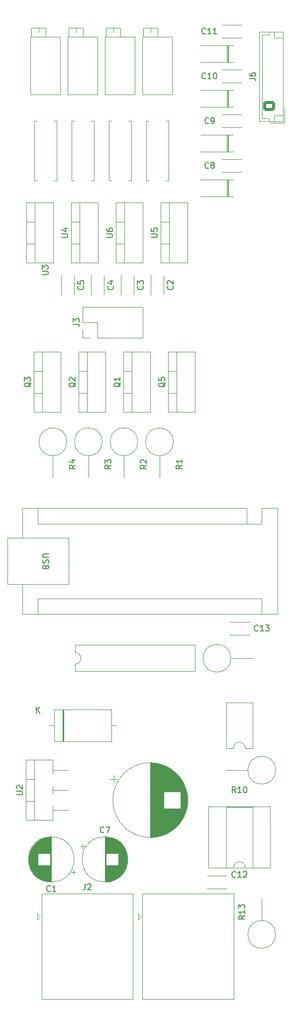
<source format=gto>
G04 #@! TF.GenerationSoftware,KiCad,Pcbnew,8.0.4*
G04 #@! TF.CreationDate,2024-09-09T15:56:08+02:00*
G04 #@! TF.ProjectId,dmx_to_pwm,646d785f-746f-45f7-9077-6d2e6b696361,rev?*
G04 #@! TF.SameCoordinates,Original*
G04 #@! TF.FileFunction,Legend,Top*
G04 #@! TF.FilePolarity,Positive*
%FSLAX46Y46*%
G04 Gerber Fmt 4.6, Leading zero omitted, Abs format (unit mm)*
G04 Created by KiCad (PCBNEW 8.0.4) date 2024-09-09 15:56:08*
%MOMM*%
%LPD*%
G01*
G04 APERTURE LIST*
G04 Aperture macros list*
%AMRoundRect*
0 Rectangle with rounded corners*
0 $1 Rounding radius*
0 $2 $3 $4 $5 $6 $7 $8 $9 X,Y pos of 4 corners*
0 Add a 4 corners polygon primitive as box body*
4,1,4,$2,$3,$4,$5,$6,$7,$8,$9,$2,$3,0*
0 Add four circle primitives for the rounded corners*
1,1,$1+$1,$2,$3*
1,1,$1+$1,$4,$5*
1,1,$1+$1,$6,$7*
1,1,$1+$1,$8,$9*
0 Add four rect primitives between the rounded corners*
20,1,$1+$1,$2,$3,$4,$5,0*
20,1,$1+$1,$4,$5,$6,$7,0*
20,1,$1+$1,$6,$7,$8,$9,0*
20,1,$1+$1,$8,$9,$2,$3,0*%
G04 Aperture macros list end*
%ADD10C,0.150000*%
%ADD11C,0.120000*%
%ADD12C,1.600000*%
%ADD13R,2.200000X2.200000*%
%ADD14O,2.200000X2.200000*%
%ADD15C,1.440000*%
%ADD16R,1.600000X1.600000*%
%ADD17O,3.200000X3.200000*%
%ADD18R,3.200000X3.200000*%
%ADD19C,2.400000*%
%ADD20O,2.400000X2.400000*%
%ADD21R,2.000000X1.905000*%
%ADD22O,2.000000X1.905000*%
%ADD23C,1.500000*%
%ADD24R,1.500000X1.500000*%
%ADD25C,3.200000*%
%ADD26R,1.600000X2.400000*%
%ADD27O,1.600000X2.400000*%
%ADD28O,1.800000X1.800000*%
%ADD29R,1.800000X1.800000*%
%ADD30R,1.700000X1.700000*%
%ADD31O,1.700000X1.700000*%
%ADD32O,2.400000X1.600000*%
%ADD33R,2.400000X1.600000*%
%ADD34RoundRect,0.250000X0.725000X-0.600000X0.725000X0.600000X-0.725000X0.600000X-0.725000X-0.600000X0*%
%ADD35O,1.950000X1.700000*%
%ADD36R,2.400000X2.400000*%
%ADD37O,1.600000X1.600000*%
G04 APERTURE END LIST*
D10*
X98377142Y-32109580D02*
X98329523Y-32157200D01*
X98329523Y-32157200D02*
X98186666Y-32204819D01*
X98186666Y-32204819D02*
X98091428Y-32204819D01*
X98091428Y-32204819D02*
X97948571Y-32157200D01*
X97948571Y-32157200D02*
X97853333Y-32061961D01*
X97853333Y-32061961D02*
X97805714Y-31966723D01*
X97805714Y-31966723D02*
X97758095Y-31776247D01*
X97758095Y-31776247D02*
X97758095Y-31633390D01*
X97758095Y-31633390D02*
X97805714Y-31442914D01*
X97805714Y-31442914D02*
X97853333Y-31347676D01*
X97853333Y-31347676D02*
X97948571Y-31252438D01*
X97948571Y-31252438D02*
X98091428Y-31204819D01*
X98091428Y-31204819D02*
X98186666Y-31204819D01*
X98186666Y-31204819D02*
X98329523Y-31252438D01*
X98329523Y-31252438D02*
X98377142Y-31300057D01*
X99329523Y-32204819D02*
X98758095Y-32204819D01*
X99043809Y-32204819D02*
X99043809Y-31204819D01*
X99043809Y-31204819D02*
X98948571Y-31347676D01*
X98948571Y-31347676D02*
X98853333Y-31442914D01*
X98853333Y-31442914D02*
X98758095Y-31490533D01*
X99948571Y-31204819D02*
X100043809Y-31204819D01*
X100043809Y-31204819D02*
X100139047Y-31252438D01*
X100139047Y-31252438D02*
X100186666Y-31300057D01*
X100186666Y-31300057D02*
X100234285Y-31395295D01*
X100234285Y-31395295D02*
X100281904Y-31585771D01*
X100281904Y-31585771D02*
X100281904Y-31823866D01*
X100281904Y-31823866D02*
X100234285Y-32014342D01*
X100234285Y-32014342D02*
X100186666Y-32109580D01*
X100186666Y-32109580D02*
X100139047Y-32157200D01*
X100139047Y-32157200D02*
X100043809Y-32204819D01*
X100043809Y-32204819D02*
X99948571Y-32204819D01*
X99948571Y-32204819D02*
X99853333Y-32157200D01*
X99853333Y-32157200D02*
X99805714Y-32109580D01*
X99805714Y-32109580D02*
X99758095Y-32014342D01*
X99758095Y-32014342D02*
X99710476Y-31823866D01*
X99710476Y-31823866D02*
X99710476Y-31585771D01*
X99710476Y-31585771D02*
X99758095Y-31395295D01*
X99758095Y-31395295D02*
X99805714Y-31300057D01*
X99805714Y-31300057D02*
X99853333Y-31252438D01*
X99853333Y-31252438D02*
X99948571Y-31204819D01*
X77539580Y-67496666D02*
X77587200Y-67544285D01*
X77587200Y-67544285D02*
X77634819Y-67687142D01*
X77634819Y-67687142D02*
X77634819Y-67782380D01*
X77634819Y-67782380D02*
X77587200Y-67925237D01*
X77587200Y-67925237D02*
X77491961Y-68020475D01*
X77491961Y-68020475D02*
X77396723Y-68068094D01*
X77396723Y-68068094D02*
X77206247Y-68115713D01*
X77206247Y-68115713D02*
X77063390Y-68115713D01*
X77063390Y-68115713D02*
X76872914Y-68068094D01*
X76872914Y-68068094D02*
X76777676Y-68020475D01*
X76777676Y-68020475D02*
X76682438Y-67925237D01*
X76682438Y-67925237D02*
X76634819Y-67782380D01*
X76634819Y-67782380D02*
X76634819Y-67687142D01*
X76634819Y-67687142D02*
X76682438Y-67544285D01*
X76682438Y-67544285D02*
X76730057Y-67496666D01*
X76634819Y-66591904D02*
X76634819Y-67068094D01*
X76634819Y-67068094D02*
X77111009Y-67115713D01*
X77111009Y-67115713D02*
X77063390Y-67068094D01*
X77063390Y-67068094D02*
X77015771Y-66972856D01*
X77015771Y-66972856D02*
X77015771Y-66734761D01*
X77015771Y-66734761D02*
X77063390Y-66639523D01*
X77063390Y-66639523D02*
X77111009Y-66591904D01*
X77111009Y-66591904D02*
X77206247Y-66544285D01*
X77206247Y-66544285D02*
X77444342Y-66544285D01*
X77444342Y-66544285D02*
X77539580Y-66591904D01*
X77539580Y-66591904D02*
X77587200Y-66639523D01*
X77587200Y-66639523D02*
X77634819Y-66734761D01*
X77634819Y-66734761D02*
X77634819Y-66972856D01*
X77634819Y-66972856D02*
X77587200Y-67068094D01*
X77587200Y-67068094D02*
X77539580Y-67115713D01*
X81093333Y-160399580D02*
X81045714Y-160447200D01*
X81045714Y-160447200D02*
X80902857Y-160494819D01*
X80902857Y-160494819D02*
X80807619Y-160494819D01*
X80807619Y-160494819D02*
X80664762Y-160447200D01*
X80664762Y-160447200D02*
X80569524Y-160351961D01*
X80569524Y-160351961D02*
X80521905Y-160256723D01*
X80521905Y-160256723D02*
X80474286Y-160066247D01*
X80474286Y-160066247D02*
X80474286Y-159923390D01*
X80474286Y-159923390D02*
X80521905Y-159732914D01*
X80521905Y-159732914D02*
X80569524Y-159637676D01*
X80569524Y-159637676D02*
X80664762Y-159542438D01*
X80664762Y-159542438D02*
X80807619Y-159494819D01*
X80807619Y-159494819D02*
X80902857Y-159494819D01*
X80902857Y-159494819D02*
X81045714Y-159542438D01*
X81045714Y-159542438D02*
X81093333Y-159590057D01*
X81426667Y-159494819D02*
X82093333Y-159494819D01*
X82093333Y-159494819D02*
X81664762Y-160494819D01*
X82619580Y-67496666D02*
X82667200Y-67544285D01*
X82667200Y-67544285D02*
X82714819Y-67687142D01*
X82714819Y-67687142D02*
X82714819Y-67782380D01*
X82714819Y-67782380D02*
X82667200Y-67925237D01*
X82667200Y-67925237D02*
X82571961Y-68020475D01*
X82571961Y-68020475D02*
X82476723Y-68068094D01*
X82476723Y-68068094D02*
X82286247Y-68115713D01*
X82286247Y-68115713D02*
X82143390Y-68115713D01*
X82143390Y-68115713D02*
X81952914Y-68068094D01*
X81952914Y-68068094D02*
X81857676Y-68020475D01*
X81857676Y-68020475D02*
X81762438Y-67925237D01*
X81762438Y-67925237D02*
X81714819Y-67782380D01*
X81714819Y-67782380D02*
X81714819Y-67687142D01*
X81714819Y-67687142D02*
X81762438Y-67544285D01*
X81762438Y-67544285D02*
X81810057Y-67496666D01*
X82048152Y-66639523D02*
X82714819Y-66639523D01*
X81667200Y-66877618D02*
X82381485Y-67115713D01*
X82381485Y-67115713D02*
X82381485Y-66496666D01*
X69588095Y-140094819D02*
X69588095Y-139094819D01*
X70159523Y-140094819D02*
X69730952Y-139523390D01*
X70159523Y-139094819D02*
X69588095Y-139666247D01*
X76214819Y-97956666D02*
X75738628Y-98289999D01*
X76214819Y-98528094D02*
X75214819Y-98528094D01*
X75214819Y-98528094D02*
X75214819Y-98147142D01*
X75214819Y-98147142D02*
X75262438Y-98051904D01*
X75262438Y-98051904D02*
X75310057Y-98004285D01*
X75310057Y-98004285D02*
X75405295Y-97956666D01*
X75405295Y-97956666D02*
X75548152Y-97956666D01*
X75548152Y-97956666D02*
X75643390Y-98004285D01*
X75643390Y-98004285D02*
X75691009Y-98051904D01*
X75691009Y-98051904D02*
X75738628Y-98147142D01*
X75738628Y-98147142D02*
X75738628Y-98528094D01*
X75548152Y-97099523D02*
X76214819Y-97099523D01*
X75167200Y-97337618D02*
X75881485Y-97575713D01*
X75881485Y-97575713D02*
X75881485Y-96956666D01*
X73924819Y-59181904D02*
X74734342Y-59181904D01*
X74734342Y-59181904D02*
X74829580Y-59134285D01*
X74829580Y-59134285D02*
X74877200Y-59086666D01*
X74877200Y-59086666D02*
X74924819Y-58991428D01*
X74924819Y-58991428D02*
X74924819Y-58800952D01*
X74924819Y-58800952D02*
X74877200Y-58705714D01*
X74877200Y-58705714D02*
X74829580Y-58658095D01*
X74829580Y-58658095D02*
X74734342Y-58610476D01*
X74734342Y-58610476D02*
X73924819Y-58610476D01*
X74258152Y-57705714D02*
X74924819Y-57705714D01*
X73877200Y-57943809D02*
X74591485Y-58181904D01*
X74591485Y-58181904D02*
X74591485Y-57562857D01*
X88314819Y-97956666D02*
X87838628Y-98289999D01*
X88314819Y-98528094D02*
X87314819Y-98528094D01*
X87314819Y-98528094D02*
X87314819Y-98147142D01*
X87314819Y-98147142D02*
X87362438Y-98051904D01*
X87362438Y-98051904D02*
X87410057Y-98004285D01*
X87410057Y-98004285D02*
X87505295Y-97956666D01*
X87505295Y-97956666D02*
X87648152Y-97956666D01*
X87648152Y-97956666D02*
X87743390Y-98004285D01*
X87743390Y-98004285D02*
X87791009Y-98051904D01*
X87791009Y-98051904D02*
X87838628Y-98147142D01*
X87838628Y-98147142D02*
X87838628Y-98528094D01*
X87410057Y-97575713D02*
X87362438Y-97528094D01*
X87362438Y-97528094D02*
X87314819Y-97432856D01*
X87314819Y-97432856D02*
X87314819Y-97194761D01*
X87314819Y-97194761D02*
X87362438Y-97099523D01*
X87362438Y-97099523D02*
X87410057Y-97051904D01*
X87410057Y-97051904D02*
X87505295Y-97004285D01*
X87505295Y-97004285D02*
X87600533Y-97004285D01*
X87600533Y-97004285D02*
X87743390Y-97051904D01*
X87743390Y-97051904D02*
X88314819Y-97623332D01*
X88314819Y-97623332D02*
X88314819Y-97004285D01*
X105034819Y-174632857D02*
X104558628Y-174966190D01*
X105034819Y-175204285D02*
X104034819Y-175204285D01*
X104034819Y-175204285D02*
X104034819Y-174823333D01*
X104034819Y-174823333D02*
X104082438Y-174728095D01*
X104082438Y-174728095D02*
X104130057Y-174680476D01*
X104130057Y-174680476D02*
X104225295Y-174632857D01*
X104225295Y-174632857D02*
X104368152Y-174632857D01*
X104368152Y-174632857D02*
X104463390Y-174680476D01*
X104463390Y-174680476D02*
X104511009Y-174728095D01*
X104511009Y-174728095D02*
X104558628Y-174823333D01*
X104558628Y-174823333D02*
X104558628Y-175204285D01*
X105034819Y-173680476D02*
X105034819Y-174251904D01*
X105034819Y-173966190D02*
X104034819Y-173966190D01*
X104034819Y-173966190D02*
X104177676Y-174061428D01*
X104177676Y-174061428D02*
X104272914Y-174156666D01*
X104272914Y-174156666D02*
X104320533Y-174251904D01*
X104034819Y-173347142D02*
X104034819Y-172728095D01*
X104034819Y-172728095D02*
X104415771Y-173061428D01*
X104415771Y-173061428D02*
X104415771Y-172918571D01*
X104415771Y-172918571D02*
X104463390Y-172823333D01*
X104463390Y-172823333D02*
X104511009Y-172775714D01*
X104511009Y-172775714D02*
X104606247Y-172728095D01*
X104606247Y-172728095D02*
X104844342Y-172728095D01*
X104844342Y-172728095D02*
X104939580Y-172775714D01*
X104939580Y-172775714D02*
X104987200Y-172823333D01*
X104987200Y-172823333D02*
X105034819Y-172918571D01*
X105034819Y-172918571D02*
X105034819Y-173204285D01*
X105034819Y-173204285D02*
X104987200Y-173299523D01*
X104987200Y-173299523D02*
X104939580Y-173347142D01*
X98893333Y-39729580D02*
X98845714Y-39777200D01*
X98845714Y-39777200D02*
X98702857Y-39824819D01*
X98702857Y-39824819D02*
X98607619Y-39824819D01*
X98607619Y-39824819D02*
X98464762Y-39777200D01*
X98464762Y-39777200D02*
X98369524Y-39681961D01*
X98369524Y-39681961D02*
X98321905Y-39586723D01*
X98321905Y-39586723D02*
X98274286Y-39396247D01*
X98274286Y-39396247D02*
X98274286Y-39253390D01*
X98274286Y-39253390D02*
X98321905Y-39062914D01*
X98321905Y-39062914D02*
X98369524Y-38967676D01*
X98369524Y-38967676D02*
X98464762Y-38872438D01*
X98464762Y-38872438D02*
X98607619Y-38824819D01*
X98607619Y-38824819D02*
X98702857Y-38824819D01*
X98702857Y-38824819D02*
X98845714Y-38872438D01*
X98845714Y-38872438D02*
X98893333Y-38920057D01*
X99369524Y-39824819D02*
X99560000Y-39824819D01*
X99560000Y-39824819D02*
X99655238Y-39777200D01*
X99655238Y-39777200D02*
X99702857Y-39729580D01*
X99702857Y-39729580D02*
X99798095Y-39586723D01*
X99798095Y-39586723D02*
X99845714Y-39396247D01*
X99845714Y-39396247D02*
X99845714Y-39015295D01*
X99845714Y-39015295D02*
X99798095Y-38920057D01*
X99798095Y-38920057D02*
X99750476Y-38872438D01*
X99750476Y-38872438D02*
X99655238Y-38824819D01*
X99655238Y-38824819D02*
X99464762Y-38824819D01*
X99464762Y-38824819D02*
X99369524Y-38872438D01*
X99369524Y-38872438D02*
X99321905Y-38920057D01*
X99321905Y-38920057D02*
X99274286Y-39015295D01*
X99274286Y-39015295D02*
X99274286Y-39253390D01*
X99274286Y-39253390D02*
X99321905Y-39348628D01*
X99321905Y-39348628D02*
X99369524Y-39396247D01*
X99369524Y-39396247D02*
X99464762Y-39443866D01*
X99464762Y-39443866D02*
X99655238Y-39443866D01*
X99655238Y-39443866D02*
X99750476Y-39396247D01*
X99750476Y-39396247D02*
X99798095Y-39348628D01*
X99798095Y-39348628D02*
X99845714Y-39253390D01*
X66224819Y-154001904D02*
X67034342Y-154001904D01*
X67034342Y-154001904D02*
X67129580Y-153954285D01*
X67129580Y-153954285D02*
X67177200Y-153906666D01*
X67177200Y-153906666D02*
X67224819Y-153811428D01*
X67224819Y-153811428D02*
X67224819Y-153620952D01*
X67224819Y-153620952D02*
X67177200Y-153525714D01*
X67177200Y-153525714D02*
X67129580Y-153478095D01*
X67129580Y-153478095D02*
X67034342Y-153430476D01*
X67034342Y-153430476D02*
X66224819Y-153430476D01*
X66320057Y-153001904D02*
X66272438Y-152954285D01*
X66272438Y-152954285D02*
X66224819Y-152859047D01*
X66224819Y-152859047D02*
X66224819Y-152620952D01*
X66224819Y-152620952D02*
X66272438Y-152525714D01*
X66272438Y-152525714D02*
X66320057Y-152478095D01*
X66320057Y-152478095D02*
X66415295Y-152430476D01*
X66415295Y-152430476D02*
X66510533Y-152430476D01*
X66510533Y-152430476D02*
X66653390Y-152478095D01*
X66653390Y-152478095D02*
X67224819Y-153049523D01*
X67224819Y-153049523D02*
X67224819Y-152430476D01*
X75864819Y-73993333D02*
X76579104Y-73993333D01*
X76579104Y-73993333D02*
X76721961Y-74040952D01*
X76721961Y-74040952D02*
X76817200Y-74136190D01*
X76817200Y-74136190D02*
X76864819Y-74279047D01*
X76864819Y-74279047D02*
X76864819Y-74374285D01*
X75864819Y-73612380D02*
X75864819Y-72993333D01*
X75864819Y-72993333D02*
X76245771Y-73326666D01*
X76245771Y-73326666D02*
X76245771Y-73183809D01*
X76245771Y-73183809D02*
X76293390Y-73088571D01*
X76293390Y-73088571D02*
X76341009Y-73040952D01*
X76341009Y-73040952D02*
X76436247Y-72993333D01*
X76436247Y-72993333D02*
X76674342Y-72993333D01*
X76674342Y-72993333D02*
X76769580Y-73040952D01*
X76769580Y-73040952D02*
X76817200Y-73088571D01*
X76817200Y-73088571D02*
X76864819Y-73183809D01*
X76864819Y-73183809D02*
X76864819Y-73469523D01*
X76864819Y-73469523D02*
X76817200Y-73564761D01*
X76817200Y-73564761D02*
X76769580Y-73612380D01*
X105874819Y-32163333D02*
X106589104Y-32163333D01*
X106589104Y-32163333D02*
X106731961Y-32210952D01*
X106731961Y-32210952D02*
X106827200Y-32306190D01*
X106827200Y-32306190D02*
X106874819Y-32449047D01*
X106874819Y-32449047D02*
X106874819Y-32544285D01*
X105874819Y-31210952D02*
X105874819Y-31687142D01*
X105874819Y-31687142D02*
X106351009Y-31734761D01*
X106351009Y-31734761D02*
X106303390Y-31687142D01*
X106303390Y-31687142D02*
X106255771Y-31591904D01*
X106255771Y-31591904D02*
X106255771Y-31353809D01*
X106255771Y-31353809D02*
X106303390Y-31258571D01*
X106303390Y-31258571D02*
X106351009Y-31210952D01*
X106351009Y-31210952D02*
X106446247Y-31163333D01*
X106446247Y-31163333D02*
X106684342Y-31163333D01*
X106684342Y-31163333D02*
X106779580Y-31210952D01*
X106779580Y-31210952D02*
X106827200Y-31258571D01*
X106827200Y-31258571D02*
X106874819Y-31353809D01*
X106874819Y-31353809D02*
X106874819Y-31591904D01*
X106874819Y-31591904D02*
X106827200Y-31687142D01*
X106827200Y-31687142D02*
X106779580Y-31734761D01*
X82264819Y-97956666D02*
X81788628Y-98289999D01*
X82264819Y-98528094D02*
X81264819Y-98528094D01*
X81264819Y-98528094D02*
X81264819Y-98147142D01*
X81264819Y-98147142D02*
X81312438Y-98051904D01*
X81312438Y-98051904D02*
X81360057Y-98004285D01*
X81360057Y-98004285D02*
X81455295Y-97956666D01*
X81455295Y-97956666D02*
X81598152Y-97956666D01*
X81598152Y-97956666D02*
X81693390Y-98004285D01*
X81693390Y-98004285D02*
X81741009Y-98051904D01*
X81741009Y-98051904D02*
X81788628Y-98147142D01*
X81788628Y-98147142D02*
X81788628Y-98528094D01*
X81264819Y-97623332D02*
X81264819Y-97004285D01*
X81264819Y-97004285D02*
X81645771Y-97337618D01*
X81645771Y-97337618D02*
X81645771Y-97194761D01*
X81645771Y-97194761D02*
X81693390Y-97099523D01*
X81693390Y-97099523D02*
X81741009Y-97051904D01*
X81741009Y-97051904D02*
X81836247Y-97004285D01*
X81836247Y-97004285D02*
X82074342Y-97004285D01*
X82074342Y-97004285D02*
X82169580Y-97051904D01*
X82169580Y-97051904D02*
X82217200Y-97099523D01*
X82217200Y-97099523D02*
X82264819Y-97194761D01*
X82264819Y-97194761D02*
X82264819Y-97480475D01*
X82264819Y-97480475D02*
X82217200Y-97575713D01*
X82217200Y-97575713D02*
X82169580Y-97623332D01*
X107307142Y-126089580D02*
X107259523Y-126137200D01*
X107259523Y-126137200D02*
X107116666Y-126184819D01*
X107116666Y-126184819D02*
X107021428Y-126184819D01*
X107021428Y-126184819D02*
X106878571Y-126137200D01*
X106878571Y-126137200D02*
X106783333Y-126041961D01*
X106783333Y-126041961D02*
X106735714Y-125946723D01*
X106735714Y-125946723D02*
X106688095Y-125756247D01*
X106688095Y-125756247D02*
X106688095Y-125613390D01*
X106688095Y-125613390D02*
X106735714Y-125422914D01*
X106735714Y-125422914D02*
X106783333Y-125327676D01*
X106783333Y-125327676D02*
X106878571Y-125232438D01*
X106878571Y-125232438D02*
X107021428Y-125184819D01*
X107021428Y-125184819D02*
X107116666Y-125184819D01*
X107116666Y-125184819D02*
X107259523Y-125232438D01*
X107259523Y-125232438D02*
X107307142Y-125280057D01*
X108259523Y-126184819D02*
X107688095Y-126184819D01*
X107973809Y-126184819D02*
X107973809Y-125184819D01*
X107973809Y-125184819D02*
X107878571Y-125327676D01*
X107878571Y-125327676D02*
X107783333Y-125422914D01*
X107783333Y-125422914D02*
X107688095Y-125470533D01*
X108592857Y-125184819D02*
X109211904Y-125184819D01*
X109211904Y-125184819D02*
X108878571Y-125565771D01*
X108878571Y-125565771D02*
X109021428Y-125565771D01*
X109021428Y-125565771D02*
X109116666Y-125613390D01*
X109116666Y-125613390D02*
X109164285Y-125661009D01*
X109164285Y-125661009D02*
X109211904Y-125756247D01*
X109211904Y-125756247D02*
X109211904Y-125994342D01*
X109211904Y-125994342D02*
X109164285Y-126089580D01*
X109164285Y-126089580D02*
X109116666Y-126137200D01*
X109116666Y-126137200D02*
X109021428Y-126184819D01*
X109021428Y-126184819D02*
X108735714Y-126184819D01*
X108735714Y-126184819D02*
X108640476Y-126137200D01*
X108640476Y-126137200D02*
X108592857Y-126089580D01*
X81544819Y-59181904D02*
X82354342Y-59181904D01*
X82354342Y-59181904D02*
X82449580Y-59134285D01*
X82449580Y-59134285D02*
X82497200Y-59086666D01*
X82497200Y-59086666D02*
X82544819Y-58991428D01*
X82544819Y-58991428D02*
X82544819Y-58800952D01*
X82544819Y-58800952D02*
X82497200Y-58705714D01*
X82497200Y-58705714D02*
X82449580Y-58658095D01*
X82449580Y-58658095D02*
X82354342Y-58610476D01*
X82354342Y-58610476D02*
X81544819Y-58610476D01*
X81544819Y-57705714D02*
X81544819Y-57896190D01*
X81544819Y-57896190D02*
X81592438Y-57991428D01*
X81592438Y-57991428D02*
X81640057Y-58039047D01*
X81640057Y-58039047D02*
X81782914Y-58134285D01*
X81782914Y-58134285D02*
X81973390Y-58181904D01*
X81973390Y-58181904D02*
X82354342Y-58181904D01*
X82354342Y-58181904D02*
X82449580Y-58134285D01*
X82449580Y-58134285D02*
X82497200Y-58086666D01*
X82497200Y-58086666D02*
X82544819Y-57991428D01*
X82544819Y-57991428D02*
X82544819Y-57800952D01*
X82544819Y-57800952D02*
X82497200Y-57705714D01*
X82497200Y-57705714D02*
X82449580Y-57658095D01*
X82449580Y-57658095D02*
X82354342Y-57610476D01*
X82354342Y-57610476D02*
X82116247Y-57610476D01*
X82116247Y-57610476D02*
X82021009Y-57658095D01*
X82021009Y-57658095D02*
X81973390Y-57705714D01*
X81973390Y-57705714D02*
X81925771Y-57800952D01*
X81925771Y-57800952D02*
X81925771Y-57991428D01*
X81925771Y-57991428D02*
X81973390Y-58086666D01*
X81973390Y-58086666D02*
X82021009Y-58134285D01*
X82021009Y-58134285D02*
X82116247Y-58181904D01*
X77894166Y-169214819D02*
X77894166Y-169929104D01*
X77894166Y-169929104D02*
X77846547Y-170071961D01*
X77846547Y-170071961D02*
X77751309Y-170167200D01*
X77751309Y-170167200D02*
X77608452Y-170214819D01*
X77608452Y-170214819D02*
X77513214Y-170214819D01*
X78322738Y-169310057D02*
X78370357Y-169262438D01*
X78370357Y-169262438D02*
X78465595Y-169214819D01*
X78465595Y-169214819D02*
X78703690Y-169214819D01*
X78703690Y-169214819D02*
X78798928Y-169262438D01*
X78798928Y-169262438D02*
X78846547Y-169310057D01*
X78846547Y-169310057D02*
X78894166Y-169405295D01*
X78894166Y-169405295D02*
X78894166Y-169500533D01*
X78894166Y-169500533D02*
X78846547Y-169643390D01*
X78846547Y-169643390D02*
X78275119Y-170214819D01*
X78275119Y-170214819D02*
X78894166Y-170214819D01*
X71954728Y-170399580D02*
X71907109Y-170447200D01*
X71907109Y-170447200D02*
X71764252Y-170494819D01*
X71764252Y-170494819D02*
X71669014Y-170494819D01*
X71669014Y-170494819D02*
X71526157Y-170447200D01*
X71526157Y-170447200D02*
X71430919Y-170351961D01*
X71430919Y-170351961D02*
X71383300Y-170256723D01*
X71383300Y-170256723D02*
X71335681Y-170066247D01*
X71335681Y-170066247D02*
X71335681Y-169923390D01*
X71335681Y-169923390D02*
X71383300Y-169732914D01*
X71383300Y-169732914D02*
X71430919Y-169637676D01*
X71430919Y-169637676D02*
X71526157Y-169542438D01*
X71526157Y-169542438D02*
X71669014Y-169494819D01*
X71669014Y-169494819D02*
X71764252Y-169494819D01*
X71764252Y-169494819D02*
X71907109Y-169542438D01*
X71907109Y-169542438D02*
X71954728Y-169590057D01*
X72907109Y-170494819D02*
X72335681Y-170494819D01*
X72621395Y-170494819D02*
X72621395Y-169494819D01*
X72621395Y-169494819D02*
X72526157Y-169637676D01*
X72526157Y-169637676D02*
X72430919Y-169732914D01*
X72430919Y-169732914D02*
X72335681Y-169780533D01*
X92779580Y-67496666D02*
X92827200Y-67544285D01*
X92827200Y-67544285D02*
X92874819Y-67687142D01*
X92874819Y-67687142D02*
X92874819Y-67782380D01*
X92874819Y-67782380D02*
X92827200Y-67925237D01*
X92827200Y-67925237D02*
X92731961Y-68020475D01*
X92731961Y-68020475D02*
X92636723Y-68068094D01*
X92636723Y-68068094D02*
X92446247Y-68115713D01*
X92446247Y-68115713D02*
X92303390Y-68115713D01*
X92303390Y-68115713D02*
X92112914Y-68068094D01*
X92112914Y-68068094D02*
X92017676Y-68020475D01*
X92017676Y-68020475D02*
X91922438Y-67925237D01*
X91922438Y-67925237D02*
X91874819Y-67782380D01*
X91874819Y-67782380D02*
X91874819Y-67687142D01*
X91874819Y-67687142D02*
X91922438Y-67544285D01*
X91922438Y-67544285D02*
X91970057Y-67496666D01*
X91970057Y-67115713D02*
X91922438Y-67068094D01*
X91922438Y-67068094D02*
X91874819Y-66972856D01*
X91874819Y-66972856D02*
X91874819Y-66734761D01*
X91874819Y-66734761D02*
X91922438Y-66639523D01*
X91922438Y-66639523D02*
X91970057Y-66591904D01*
X91970057Y-66591904D02*
X92065295Y-66544285D01*
X92065295Y-66544285D02*
X92160533Y-66544285D01*
X92160533Y-66544285D02*
X92303390Y-66591904D01*
X92303390Y-66591904D02*
X92874819Y-67163332D01*
X92874819Y-67163332D02*
X92874819Y-66544285D01*
X98893333Y-47349580D02*
X98845714Y-47397200D01*
X98845714Y-47397200D02*
X98702857Y-47444819D01*
X98702857Y-47444819D02*
X98607619Y-47444819D01*
X98607619Y-47444819D02*
X98464762Y-47397200D01*
X98464762Y-47397200D02*
X98369524Y-47301961D01*
X98369524Y-47301961D02*
X98321905Y-47206723D01*
X98321905Y-47206723D02*
X98274286Y-47016247D01*
X98274286Y-47016247D02*
X98274286Y-46873390D01*
X98274286Y-46873390D02*
X98321905Y-46682914D01*
X98321905Y-46682914D02*
X98369524Y-46587676D01*
X98369524Y-46587676D02*
X98464762Y-46492438D01*
X98464762Y-46492438D02*
X98607619Y-46444819D01*
X98607619Y-46444819D02*
X98702857Y-46444819D01*
X98702857Y-46444819D02*
X98845714Y-46492438D01*
X98845714Y-46492438D02*
X98893333Y-46540057D01*
X99464762Y-46873390D02*
X99369524Y-46825771D01*
X99369524Y-46825771D02*
X99321905Y-46778152D01*
X99321905Y-46778152D02*
X99274286Y-46682914D01*
X99274286Y-46682914D02*
X99274286Y-46635295D01*
X99274286Y-46635295D02*
X99321905Y-46540057D01*
X99321905Y-46540057D02*
X99369524Y-46492438D01*
X99369524Y-46492438D02*
X99464762Y-46444819D01*
X99464762Y-46444819D02*
X99655238Y-46444819D01*
X99655238Y-46444819D02*
X99750476Y-46492438D01*
X99750476Y-46492438D02*
X99798095Y-46540057D01*
X99798095Y-46540057D02*
X99845714Y-46635295D01*
X99845714Y-46635295D02*
X99845714Y-46682914D01*
X99845714Y-46682914D02*
X99798095Y-46778152D01*
X99798095Y-46778152D02*
X99750476Y-46825771D01*
X99750476Y-46825771D02*
X99655238Y-46873390D01*
X99655238Y-46873390D02*
X99464762Y-46873390D01*
X99464762Y-46873390D02*
X99369524Y-46921009D01*
X99369524Y-46921009D02*
X99321905Y-46968628D01*
X99321905Y-46968628D02*
X99274286Y-47063866D01*
X99274286Y-47063866D02*
X99274286Y-47254342D01*
X99274286Y-47254342D02*
X99321905Y-47349580D01*
X99321905Y-47349580D02*
X99369524Y-47397200D01*
X99369524Y-47397200D02*
X99464762Y-47444819D01*
X99464762Y-47444819D02*
X99655238Y-47444819D01*
X99655238Y-47444819D02*
X99750476Y-47397200D01*
X99750476Y-47397200D02*
X99798095Y-47349580D01*
X99798095Y-47349580D02*
X99845714Y-47254342D01*
X99845714Y-47254342D02*
X99845714Y-47063866D01*
X99845714Y-47063866D02*
X99798095Y-46968628D01*
X99798095Y-46968628D02*
X99750476Y-46921009D01*
X99750476Y-46921009D02*
X99655238Y-46873390D01*
X70574819Y-65531904D02*
X71384342Y-65531904D01*
X71384342Y-65531904D02*
X71479580Y-65484285D01*
X71479580Y-65484285D02*
X71527200Y-65436666D01*
X71527200Y-65436666D02*
X71574819Y-65341428D01*
X71574819Y-65341428D02*
X71574819Y-65150952D01*
X71574819Y-65150952D02*
X71527200Y-65055714D01*
X71527200Y-65055714D02*
X71479580Y-65008095D01*
X71479580Y-65008095D02*
X71384342Y-64960476D01*
X71384342Y-64960476D02*
X70574819Y-64960476D01*
X70574819Y-64579523D02*
X70574819Y-63960476D01*
X70574819Y-63960476D02*
X70955771Y-64293809D01*
X70955771Y-64293809D02*
X70955771Y-64150952D01*
X70955771Y-64150952D02*
X71003390Y-64055714D01*
X71003390Y-64055714D02*
X71051009Y-64008095D01*
X71051009Y-64008095D02*
X71146247Y-63960476D01*
X71146247Y-63960476D02*
X71384342Y-63960476D01*
X71384342Y-63960476D02*
X71479580Y-64008095D01*
X71479580Y-64008095D02*
X71527200Y-64055714D01*
X71527200Y-64055714D02*
X71574819Y-64150952D01*
X71574819Y-64150952D02*
X71574819Y-64436666D01*
X71574819Y-64436666D02*
X71527200Y-64531904D01*
X71527200Y-64531904D02*
X71479580Y-64579523D01*
X103497142Y-167999580D02*
X103449523Y-168047200D01*
X103449523Y-168047200D02*
X103306666Y-168094819D01*
X103306666Y-168094819D02*
X103211428Y-168094819D01*
X103211428Y-168094819D02*
X103068571Y-168047200D01*
X103068571Y-168047200D02*
X102973333Y-167951961D01*
X102973333Y-167951961D02*
X102925714Y-167856723D01*
X102925714Y-167856723D02*
X102878095Y-167666247D01*
X102878095Y-167666247D02*
X102878095Y-167523390D01*
X102878095Y-167523390D02*
X102925714Y-167332914D01*
X102925714Y-167332914D02*
X102973333Y-167237676D01*
X102973333Y-167237676D02*
X103068571Y-167142438D01*
X103068571Y-167142438D02*
X103211428Y-167094819D01*
X103211428Y-167094819D02*
X103306666Y-167094819D01*
X103306666Y-167094819D02*
X103449523Y-167142438D01*
X103449523Y-167142438D02*
X103497142Y-167190057D01*
X104449523Y-168094819D02*
X103878095Y-168094819D01*
X104163809Y-168094819D02*
X104163809Y-167094819D01*
X104163809Y-167094819D02*
X104068571Y-167237676D01*
X104068571Y-167237676D02*
X103973333Y-167332914D01*
X103973333Y-167332914D02*
X103878095Y-167380533D01*
X104830476Y-167190057D02*
X104878095Y-167142438D01*
X104878095Y-167142438D02*
X104973333Y-167094819D01*
X104973333Y-167094819D02*
X105211428Y-167094819D01*
X105211428Y-167094819D02*
X105306666Y-167142438D01*
X105306666Y-167142438D02*
X105354285Y-167190057D01*
X105354285Y-167190057D02*
X105401904Y-167285295D01*
X105401904Y-167285295D02*
X105401904Y-167380533D01*
X105401904Y-167380533D02*
X105354285Y-167523390D01*
X105354285Y-167523390D02*
X104782857Y-168094819D01*
X104782857Y-168094819D02*
X105401904Y-168094819D01*
X94364819Y-97956666D02*
X93888628Y-98289999D01*
X94364819Y-98528094D02*
X93364819Y-98528094D01*
X93364819Y-98528094D02*
X93364819Y-98147142D01*
X93364819Y-98147142D02*
X93412438Y-98051904D01*
X93412438Y-98051904D02*
X93460057Y-98004285D01*
X93460057Y-98004285D02*
X93555295Y-97956666D01*
X93555295Y-97956666D02*
X93698152Y-97956666D01*
X93698152Y-97956666D02*
X93793390Y-98004285D01*
X93793390Y-98004285D02*
X93841009Y-98051904D01*
X93841009Y-98051904D02*
X93888628Y-98147142D01*
X93888628Y-98147142D02*
X93888628Y-98528094D01*
X94364819Y-97004285D02*
X94364819Y-97575713D01*
X94364819Y-97289999D02*
X93364819Y-97289999D01*
X93364819Y-97289999D02*
X93507676Y-97385237D01*
X93507676Y-97385237D02*
X93602914Y-97480475D01*
X93602914Y-97480475D02*
X93650533Y-97575713D01*
X103497142Y-153684819D02*
X103163809Y-153208628D01*
X102925714Y-153684819D02*
X102925714Y-152684819D01*
X102925714Y-152684819D02*
X103306666Y-152684819D01*
X103306666Y-152684819D02*
X103401904Y-152732438D01*
X103401904Y-152732438D02*
X103449523Y-152780057D01*
X103449523Y-152780057D02*
X103497142Y-152875295D01*
X103497142Y-152875295D02*
X103497142Y-153018152D01*
X103497142Y-153018152D02*
X103449523Y-153113390D01*
X103449523Y-153113390D02*
X103401904Y-153161009D01*
X103401904Y-153161009D02*
X103306666Y-153208628D01*
X103306666Y-153208628D02*
X102925714Y-153208628D01*
X104449523Y-153684819D02*
X103878095Y-153684819D01*
X104163809Y-153684819D02*
X104163809Y-152684819D01*
X104163809Y-152684819D02*
X104068571Y-152827676D01*
X104068571Y-152827676D02*
X103973333Y-152922914D01*
X103973333Y-152922914D02*
X103878095Y-152970533D01*
X105068571Y-152684819D02*
X105163809Y-152684819D01*
X105163809Y-152684819D02*
X105259047Y-152732438D01*
X105259047Y-152732438D02*
X105306666Y-152780057D01*
X105306666Y-152780057D02*
X105354285Y-152875295D01*
X105354285Y-152875295D02*
X105401904Y-153065771D01*
X105401904Y-153065771D02*
X105401904Y-153303866D01*
X105401904Y-153303866D02*
X105354285Y-153494342D01*
X105354285Y-153494342D02*
X105306666Y-153589580D01*
X105306666Y-153589580D02*
X105259047Y-153637200D01*
X105259047Y-153637200D02*
X105163809Y-153684819D01*
X105163809Y-153684819D02*
X105068571Y-153684819D01*
X105068571Y-153684819D02*
X104973333Y-153637200D01*
X104973333Y-153637200D02*
X104925714Y-153589580D01*
X104925714Y-153589580D02*
X104878095Y-153494342D01*
X104878095Y-153494342D02*
X104830476Y-153303866D01*
X104830476Y-153303866D02*
X104830476Y-153065771D01*
X104830476Y-153065771D02*
X104878095Y-152875295D01*
X104878095Y-152875295D02*
X104925714Y-152780057D01*
X104925714Y-152780057D02*
X104973333Y-152732438D01*
X104973333Y-152732438D02*
X105068571Y-152684819D01*
X87699580Y-67496666D02*
X87747200Y-67544285D01*
X87747200Y-67544285D02*
X87794819Y-67687142D01*
X87794819Y-67687142D02*
X87794819Y-67782380D01*
X87794819Y-67782380D02*
X87747200Y-67925237D01*
X87747200Y-67925237D02*
X87651961Y-68020475D01*
X87651961Y-68020475D02*
X87556723Y-68068094D01*
X87556723Y-68068094D02*
X87366247Y-68115713D01*
X87366247Y-68115713D02*
X87223390Y-68115713D01*
X87223390Y-68115713D02*
X87032914Y-68068094D01*
X87032914Y-68068094D02*
X86937676Y-68020475D01*
X86937676Y-68020475D02*
X86842438Y-67925237D01*
X86842438Y-67925237D02*
X86794819Y-67782380D01*
X86794819Y-67782380D02*
X86794819Y-67687142D01*
X86794819Y-67687142D02*
X86842438Y-67544285D01*
X86842438Y-67544285D02*
X86890057Y-67496666D01*
X86794819Y-67163332D02*
X86794819Y-66544285D01*
X86794819Y-66544285D02*
X87175771Y-66877618D01*
X87175771Y-66877618D02*
X87175771Y-66734761D01*
X87175771Y-66734761D02*
X87223390Y-66639523D01*
X87223390Y-66639523D02*
X87271009Y-66591904D01*
X87271009Y-66591904D02*
X87366247Y-66544285D01*
X87366247Y-66544285D02*
X87604342Y-66544285D01*
X87604342Y-66544285D02*
X87699580Y-66591904D01*
X87699580Y-66591904D02*
X87747200Y-66639523D01*
X87747200Y-66639523D02*
X87794819Y-66734761D01*
X87794819Y-66734761D02*
X87794819Y-67020475D01*
X87794819Y-67020475D02*
X87747200Y-67115713D01*
X87747200Y-67115713D02*
X87699580Y-67163332D01*
X98377142Y-24489580D02*
X98329523Y-24537200D01*
X98329523Y-24537200D02*
X98186666Y-24584819D01*
X98186666Y-24584819D02*
X98091428Y-24584819D01*
X98091428Y-24584819D02*
X97948571Y-24537200D01*
X97948571Y-24537200D02*
X97853333Y-24441961D01*
X97853333Y-24441961D02*
X97805714Y-24346723D01*
X97805714Y-24346723D02*
X97758095Y-24156247D01*
X97758095Y-24156247D02*
X97758095Y-24013390D01*
X97758095Y-24013390D02*
X97805714Y-23822914D01*
X97805714Y-23822914D02*
X97853333Y-23727676D01*
X97853333Y-23727676D02*
X97948571Y-23632438D01*
X97948571Y-23632438D02*
X98091428Y-23584819D01*
X98091428Y-23584819D02*
X98186666Y-23584819D01*
X98186666Y-23584819D02*
X98329523Y-23632438D01*
X98329523Y-23632438D02*
X98377142Y-23680057D01*
X99329523Y-24584819D02*
X98758095Y-24584819D01*
X99043809Y-24584819D02*
X99043809Y-23584819D01*
X99043809Y-23584819D02*
X98948571Y-23727676D01*
X98948571Y-23727676D02*
X98853333Y-23822914D01*
X98853333Y-23822914D02*
X98758095Y-23870533D01*
X100281904Y-24584819D02*
X99710476Y-24584819D01*
X99996190Y-24584819D02*
X99996190Y-23584819D01*
X99996190Y-23584819D02*
X99900952Y-23727676D01*
X99900952Y-23727676D02*
X99805714Y-23822914D01*
X99805714Y-23822914D02*
X99710476Y-23870533D01*
X91530057Y-83915238D02*
X91482438Y-84010476D01*
X91482438Y-84010476D02*
X91387200Y-84105714D01*
X91387200Y-84105714D02*
X91244342Y-84248571D01*
X91244342Y-84248571D02*
X91196723Y-84343809D01*
X91196723Y-84343809D02*
X91196723Y-84439047D01*
X91434819Y-84391428D02*
X91387200Y-84486666D01*
X91387200Y-84486666D02*
X91291961Y-84581904D01*
X91291961Y-84581904D02*
X91101485Y-84629523D01*
X91101485Y-84629523D02*
X90768152Y-84629523D01*
X90768152Y-84629523D02*
X90577676Y-84581904D01*
X90577676Y-84581904D02*
X90482438Y-84486666D01*
X90482438Y-84486666D02*
X90434819Y-84391428D01*
X90434819Y-84391428D02*
X90434819Y-84200952D01*
X90434819Y-84200952D02*
X90482438Y-84105714D01*
X90482438Y-84105714D02*
X90577676Y-84010476D01*
X90577676Y-84010476D02*
X90768152Y-83962857D01*
X90768152Y-83962857D02*
X91101485Y-83962857D01*
X91101485Y-83962857D02*
X91291961Y-84010476D01*
X91291961Y-84010476D02*
X91387200Y-84105714D01*
X91387200Y-84105714D02*
X91434819Y-84200952D01*
X91434819Y-84200952D02*
X91434819Y-84391428D01*
X90434819Y-83058095D02*
X90434819Y-83534285D01*
X90434819Y-83534285D02*
X90911009Y-83581904D01*
X90911009Y-83581904D02*
X90863390Y-83534285D01*
X90863390Y-83534285D02*
X90815771Y-83439047D01*
X90815771Y-83439047D02*
X90815771Y-83200952D01*
X90815771Y-83200952D02*
X90863390Y-83105714D01*
X90863390Y-83105714D02*
X90911009Y-83058095D01*
X90911009Y-83058095D02*
X91006247Y-83010476D01*
X91006247Y-83010476D02*
X91244342Y-83010476D01*
X91244342Y-83010476D02*
X91339580Y-83058095D01*
X91339580Y-83058095D02*
X91387200Y-83105714D01*
X91387200Y-83105714D02*
X91434819Y-83200952D01*
X91434819Y-83200952D02*
X91434819Y-83439047D01*
X91434819Y-83439047D02*
X91387200Y-83534285D01*
X91387200Y-83534285D02*
X91339580Y-83581904D01*
X76290057Y-83915238D02*
X76242438Y-84010476D01*
X76242438Y-84010476D02*
X76147200Y-84105714D01*
X76147200Y-84105714D02*
X76004342Y-84248571D01*
X76004342Y-84248571D02*
X75956723Y-84343809D01*
X75956723Y-84343809D02*
X75956723Y-84439047D01*
X76194819Y-84391428D02*
X76147200Y-84486666D01*
X76147200Y-84486666D02*
X76051961Y-84581904D01*
X76051961Y-84581904D02*
X75861485Y-84629523D01*
X75861485Y-84629523D02*
X75528152Y-84629523D01*
X75528152Y-84629523D02*
X75337676Y-84581904D01*
X75337676Y-84581904D02*
X75242438Y-84486666D01*
X75242438Y-84486666D02*
X75194819Y-84391428D01*
X75194819Y-84391428D02*
X75194819Y-84200952D01*
X75194819Y-84200952D02*
X75242438Y-84105714D01*
X75242438Y-84105714D02*
X75337676Y-84010476D01*
X75337676Y-84010476D02*
X75528152Y-83962857D01*
X75528152Y-83962857D02*
X75861485Y-83962857D01*
X75861485Y-83962857D02*
X76051961Y-84010476D01*
X76051961Y-84010476D02*
X76147200Y-84105714D01*
X76147200Y-84105714D02*
X76194819Y-84200952D01*
X76194819Y-84200952D02*
X76194819Y-84391428D01*
X75290057Y-83581904D02*
X75242438Y-83534285D01*
X75242438Y-83534285D02*
X75194819Y-83439047D01*
X75194819Y-83439047D02*
X75194819Y-83200952D01*
X75194819Y-83200952D02*
X75242438Y-83105714D01*
X75242438Y-83105714D02*
X75290057Y-83058095D01*
X75290057Y-83058095D02*
X75385295Y-83010476D01*
X75385295Y-83010476D02*
X75480533Y-83010476D01*
X75480533Y-83010476D02*
X75623390Y-83058095D01*
X75623390Y-83058095D02*
X76194819Y-83629523D01*
X76194819Y-83629523D02*
X76194819Y-83010476D01*
X68670057Y-83915238D02*
X68622438Y-84010476D01*
X68622438Y-84010476D02*
X68527200Y-84105714D01*
X68527200Y-84105714D02*
X68384342Y-84248571D01*
X68384342Y-84248571D02*
X68336723Y-84343809D01*
X68336723Y-84343809D02*
X68336723Y-84439047D01*
X68574819Y-84391428D02*
X68527200Y-84486666D01*
X68527200Y-84486666D02*
X68431961Y-84581904D01*
X68431961Y-84581904D02*
X68241485Y-84629523D01*
X68241485Y-84629523D02*
X67908152Y-84629523D01*
X67908152Y-84629523D02*
X67717676Y-84581904D01*
X67717676Y-84581904D02*
X67622438Y-84486666D01*
X67622438Y-84486666D02*
X67574819Y-84391428D01*
X67574819Y-84391428D02*
X67574819Y-84200952D01*
X67574819Y-84200952D02*
X67622438Y-84105714D01*
X67622438Y-84105714D02*
X67717676Y-84010476D01*
X67717676Y-84010476D02*
X67908152Y-83962857D01*
X67908152Y-83962857D02*
X68241485Y-83962857D01*
X68241485Y-83962857D02*
X68431961Y-84010476D01*
X68431961Y-84010476D02*
X68527200Y-84105714D01*
X68527200Y-84105714D02*
X68574819Y-84200952D01*
X68574819Y-84200952D02*
X68574819Y-84391428D01*
X67574819Y-83629523D02*
X67574819Y-83010476D01*
X67574819Y-83010476D02*
X67955771Y-83343809D01*
X67955771Y-83343809D02*
X67955771Y-83200952D01*
X67955771Y-83200952D02*
X68003390Y-83105714D01*
X68003390Y-83105714D02*
X68051009Y-83058095D01*
X68051009Y-83058095D02*
X68146247Y-83010476D01*
X68146247Y-83010476D02*
X68384342Y-83010476D01*
X68384342Y-83010476D02*
X68479580Y-83058095D01*
X68479580Y-83058095D02*
X68527200Y-83105714D01*
X68527200Y-83105714D02*
X68574819Y-83200952D01*
X68574819Y-83200952D02*
X68574819Y-83486666D01*
X68574819Y-83486666D02*
X68527200Y-83581904D01*
X68527200Y-83581904D02*
X68479580Y-83629523D01*
X83910057Y-83915238D02*
X83862438Y-84010476D01*
X83862438Y-84010476D02*
X83767200Y-84105714D01*
X83767200Y-84105714D02*
X83624342Y-84248571D01*
X83624342Y-84248571D02*
X83576723Y-84343809D01*
X83576723Y-84343809D02*
X83576723Y-84439047D01*
X83814819Y-84391428D02*
X83767200Y-84486666D01*
X83767200Y-84486666D02*
X83671961Y-84581904D01*
X83671961Y-84581904D02*
X83481485Y-84629523D01*
X83481485Y-84629523D02*
X83148152Y-84629523D01*
X83148152Y-84629523D02*
X82957676Y-84581904D01*
X82957676Y-84581904D02*
X82862438Y-84486666D01*
X82862438Y-84486666D02*
X82814819Y-84391428D01*
X82814819Y-84391428D02*
X82814819Y-84200952D01*
X82814819Y-84200952D02*
X82862438Y-84105714D01*
X82862438Y-84105714D02*
X82957676Y-84010476D01*
X82957676Y-84010476D02*
X83148152Y-83962857D01*
X83148152Y-83962857D02*
X83481485Y-83962857D01*
X83481485Y-83962857D02*
X83671961Y-84010476D01*
X83671961Y-84010476D02*
X83767200Y-84105714D01*
X83767200Y-84105714D02*
X83814819Y-84200952D01*
X83814819Y-84200952D02*
X83814819Y-84391428D01*
X83814819Y-83010476D02*
X83814819Y-83581904D01*
X83814819Y-83296190D02*
X82814819Y-83296190D01*
X82814819Y-83296190D02*
X82957676Y-83391428D01*
X82957676Y-83391428D02*
X83052914Y-83486666D01*
X83052914Y-83486666D02*
X83100533Y-83581904D01*
X71665180Y-113038095D02*
X70855657Y-113038095D01*
X70855657Y-113038095D02*
X70760419Y-113085714D01*
X70760419Y-113085714D02*
X70712800Y-113133333D01*
X70712800Y-113133333D02*
X70665180Y-113228571D01*
X70665180Y-113228571D02*
X70665180Y-113419047D01*
X70665180Y-113419047D02*
X70712800Y-113514285D01*
X70712800Y-113514285D02*
X70760419Y-113561904D01*
X70760419Y-113561904D02*
X70855657Y-113609523D01*
X70855657Y-113609523D02*
X71665180Y-113609523D01*
X70712800Y-114038095D02*
X70665180Y-114180952D01*
X70665180Y-114180952D02*
X70665180Y-114419047D01*
X70665180Y-114419047D02*
X70712800Y-114514285D01*
X70712800Y-114514285D02*
X70760419Y-114561904D01*
X70760419Y-114561904D02*
X70855657Y-114609523D01*
X70855657Y-114609523D02*
X70950895Y-114609523D01*
X70950895Y-114609523D02*
X71046133Y-114561904D01*
X71046133Y-114561904D02*
X71093752Y-114514285D01*
X71093752Y-114514285D02*
X71141371Y-114419047D01*
X71141371Y-114419047D02*
X71188990Y-114228571D01*
X71188990Y-114228571D02*
X71236609Y-114133333D01*
X71236609Y-114133333D02*
X71284228Y-114085714D01*
X71284228Y-114085714D02*
X71379466Y-114038095D01*
X71379466Y-114038095D02*
X71474704Y-114038095D01*
X71474704Y-114038095D02*
X71569942Y-114085714D01*
X71569942Y-114085714D02*
X71617561Y-114133333D01*
X71617561Y-114133333D02*
X71665180Y-114228571D01*
X71665180Y-114228571D02*
X71665180Y-114466666D01*
X71665180Y-114466666D02*
X71617561Y-114609523D01*
X71188990Y-115371428D02*
X71141371Y-115514285D01*
X71141371Y-115514285D02*
X71093752Y-115561904D01*
X71093752Y-115561904D02*
X70998514Y-115609523D01*
X70998514Y-115609523D02*
X70855657Y-115609523D01*
X70855657Y-115609523D02*
X70760419Y-115561904D01*
X70760419Y-115561904D02*
X70712800Y-115514285D01*
X70712800Y-115514285D02*
X70665180Y-115419047D01*
X70665180Y-115419047D02*
X70665180Y-115038095D01*
X70665180Y-115038095D02*
X71665180Y-115038095D01*
X71665180Y-115038095D02*
X71665180Y-115371428D01*
X71665180Y-115371428D02*
X71617561Y-115466666D01*
X71617561Y-115466666D02*
X71569942Y-115514285D01*
X71569942Y-115514285D02*
X71474704Y-115561904D01*
X71474704Y-115561904D02*
X71379466Y-115561904D01*
X71379466Y-115561904D02*
X71284228Y-115514285D01*
X71284228Y-115514285D02*
X71236609Y-115466666D01*
X71236609Y-115466666D02*
X71188990Y-115371428D01*
X71188990Y-115371428D02*
X71188990Y-115038095D01*
X89164819Y-59181904D02*
X89974342Y-59181904D01*
X89974342Y-59181904D02*
X90069580Y-59134285D01*
X90069580Y-59134285D02*
X90117200Y-59086666D01*
X90117200Y-59086666D02*
X90164819Y-58991428D01*
X90164819Y-58991428D02*
X90164819Y-58800952D01*
X90164819Y-58800952D02*
X90117200Y-58705714D01*
X90117200Y-58705714D02*
X90069580Y-58658095D01*
X90069580Y-58658095D02*
X89974342Y-58610476D01*
X89974342Y-58610476D02*
X89164819Y-58610476D01*
X89164819Y-57658095D02*
X89164819Y-58134285D01*
X89164819Y-58134285D02*
X89641009Y-58181904D01*
X89641009Y-58181904D02*
X89593390Y-58134285D01*
X89593390Y-58134285D02*
X89545771Y-58039047D01*
X89545771Y-58039047D02*
X89545771Y-57800952D01*
X89545771Y-57800952D02*
X89593390Y-57705714D01*
X89593390Y-57705714D02*
X89641009Y-57658095D01*
X89641009Y-57658095D02*
X89736247Y-57610476D01*
X89736247Y-57610476D02*
X89974342Y-57610476D01*
X89974342Y-57610476D02*
X90069580Y-57658095D01*
X90069580Y-57658095D02*
X90117200Y-57705714D01*
X90117200Y-57705714D02*
X90164819Y-57800952D01*
X90164819Y-57800952D02*
X90164819Y-58039047D01*
X90164819Y-58039047D02*
X90117200Y-58134285D01*
X90117200Y-58134285D02*
X90069580Y-58181904D01*
D11*
X101230000Y-30695000D02*
X101230000Y-30630000D01*
X101230000Y-32870000D02*
X101230000Y-32805000D01*
X104470000Y-30630000D02*
X101230000Y-30630000D01*
X104470000Y-30695000D02*
X104470000Y-30630000D01*
X104470000Y-32870000D02*
X101230000Y-32870000D01*
X104470000Y-32870000D02*
X104470000Y-32805000D01*
X76050000Y-65710000D02*
X75985000Y-65710000D01*
X76050000Y-65710000D02*
X76050000Y-68950000D01*
X73875000Y-65710000D02*
X73810000Y-65710000D01*
X73810000Y-65710000D02*
X73810000Y-68950000D01*
X76050000Y-68950000D02*
X75985000Y-68950000D01*
X73875000Y-68950000D02*
X73810000Y-68950000D01*
X103050000Y-37030000D02*
X97610000Y-37030000D01*
X103050000Y-36900000D02*
X103050000Y-37030000D01*
X103050000Y-34220000D02*
X103050000Y-34090000D01*
X103050000Y-34090000D02*
X97610000Y-34090000D01*
X102270000Y-37030000D02*
X102270000Y-34090000D01*
X102150000Y-37030000D02*
X102150000Y-34090000D01*
X102030000Y-37030000D02*
X102030000Y-34090000D01*
X97610000Y-37030000D02*
X97610000Y-36900000D01*
X97610000Y-34090000D02*
X97610000Y-34220000D01*
X83895000Y-23565000D02*
X81465000Y-23565000D01*
X83895000Y-23565000D02*
X83895000Y-25084000D01*
X82680000Y-23565000D02*
X82680000Y-24324000D01*
X81465000Y-23565000D02*
X81465000Y-25084000D01*
X83895000Y-25084000D02*
X81465000Y-25084000D01*
X86360000Y-25085000D02*
X81290000Y-25085000D01*
X86360000Y-25085000D02*
X86360000Y-34855000D01*
X81290000Y-25085000D02*
X81290000Y-34855000D01*
X86360000Y-34855000D02*
X81290000Y-34855000D01*
X85130000Y-165040000D02*
G75*
G02*
X77390000Y-165040000I-3870000J0D01*
G01*
X77390000Y-165040000D02*
G75*
G02*
X85130000Y-165040000I3870000J0D01*
G01*
X77117789Y-162865000D02*
X77867789Y-162865000D01*
X77492789Y-162490000D02*
X77492789Y-163240000D01*
X81260000Y-161210000D02*
X81260000Y-168870000D01*
X81300000Y-161210000D02*
X81300000Y-168870000D01*
X81340000Y-161210000D02*
X81340000Y-168870000D01*
X81380000Y-161211000D02*
X81380000Y-168869000D01*
X81420000Y-161213000D02*
X81420000Y-168867000D01*
X81460000Y-161215000D02*
X81460000Y-168865000D01*
X81500000Y-161217000D02*
X81500000Y-164000000D01*
X81500000Y-166080000D02*
X81500000Y-168863000D01*
X81540000Y-161220000D02*
X81540000Y-164000000D01*
X81540000Y-166080000D02*
X81540000Y-168860000D01*
X81580000Y-161223000D02*
X81580000Y-164000000D01*
X81580000Y-166080000D02*
X81580000Y-168857000D01*
X81620000Y-161226000D02*
X81620000Y-164000000D01*
X81620000Y-166080000D02*
X81620000Y-168854000D01*
X81660000Y-161230000D02*
X81660000Y-164000000D01*
X81660000Y-166080000D02*
X81660000Y-168850000D01*
X81700000Y-161235000D02*
X81700000Y-164000000D01*
X81700000Y-166080000D02*
X81700000Y-168845000D01*
X81740000Y-161239000D02*
X81740000Y-164000000D01*
X81740000Y-166080000D02*
X81740000Y-168841000D01*
X81780000Y-161245000D02*
X81780000Y-164000000D01*
X81780000Y-166080000D02*
X81780000Y-168835000D01*
X81820000Y-161250000D02*
X81820000Y-164000000D01*
X81820000Y-166080000D02*
X81820000Y-168830000D01*
X81860000Y-161256000D02*
X81860000Y-164000000D01*
X81860000Y-166080000D02*
X81860000Y-168824000D01*
X81900000Y-161263000D02*
X81900000Y-164000000D01*
X81900000Y-166080000D02*
X81900000Y-168817000D01*
X81940000Y-161270000D02*
X81940000Y-164000000D01*
X81940000Y-166080000D02*
X81940000Y-168810000D01*
X81981000Y-161277000D02*
X81981000Y-164000000D01*
X81981000Y-166080000D02*
X81981000Y-168803000D01*
X82021000Y-161285000D02*
X82021000Y-164000000D01*
X82021000Y-166080000D02*
X82021000Y-168795000D01*
X82061000Y-161293000D02*
X82061000Y-164000000D01*
X82061000Y-166080000D02*
X82061000Y-168787000D01*
X82101000Y-161302000D02*
X82101000Y-164000000D01*
X82101000Y-166080000D02*
X82101000Y-168778000D01*
X82141000Y-161311000D02*
X82141000Y-164000000D01*
X82141000Y-166080000D02*
X82141000Y-168769000D01*
X82181000Y-161320000D02*
X82181000Y-164000000D01*
X82181000Y-166080000D02*
X82181000Y-168760000D01*
X82221000Y-161330000D02*
X82221000Y-164000000D01*
X82221000Y-166080000D02*
X82221000Y-168750000D01*
X82261000Y-161341000D02*
X82261000Y-164000000D01*
X82261000Y-166080000D02*
X82261000Y-168739000D01*
X82301000Y-161352000D02*
X82301000Y-164000000D01*
X82301000Y-166080000D02*
X82301000Y-168728000D01*
X82341000Y-161363000D02*
X82341000Y-164000000D01*
X82341000Y-166080000D02*
X82341000Y-168717000D01*
X82381000Y-161375000D02*
X82381000Y-164000000D01*
X82381000Y-166080000D02*
X82381000Y-168705000D01*
X82421000Y-161387000D02*
X82421000Y-164000000D01*
X82421000Y-166080000D02*
X82421000Y-168693000D01*
X82461000Y-161400000D02*
X82461000Y-164000000D01*
X82461000Y-166080000D02*
X82461000Y-168680000D01*
X82501000Y-161414000D02*
X82501000Y-164000000D01*
X82501000Y-166080000D02*
X82501000Y-168666000D01*
X82541000Y-161427000D02*
X82541000Y-164000000D01*
X82541000Y-166080000D02*
X82541000Y-168653000D01*
X82581000Y-161442000D02*
X82581000Y-164000000D01*
X82581000Y-166080000D02*
X82581000Y-168638000D01*
X82621000Y-161456000D02*
X82621000Y-164000000D01*
X82621000Y-166080000D02*
X82621000Y-168624000D01*
X82661000Y-161472000D02*
X82661000Y-164000000D01*
X82661000Y-166080000D02*
X82661000Y-168608000D01*
X82701000Y-161487000D02*
X82701000Y-164000000D01*
X82701000Y-166080000D02*
X82701000Y-168593000D01*
X82741000Y-161504000D02*
X82741000Y-164000000D01*
X82741000Y-166080000D02*
X82741000Y-168576000D01*
X82781000Y-161520000D02*
X82781000Y-164000000D01*
X82781000Y-166080000D02*
X82781000Y-168560000D01*
X82821000Y-161538000D02*
X82821000Y-164000000D01*
X82821000Y-166080000D02*
X82821000Y-168542000D01*
X82861000Y-161556000D02*
X82861000Y-164000000D01*
X82861000Y-166080000D02*
X82861000Y-168524000D01*
X82901000Y-161574000D02*
X82901000Y-164000000D01*
X82901000Y-166080000D02*
X82901000Y-168506000D01*
X82941000Y-161593000D02*
X82941000Y-164000000D01*
X82941000Y-166080000D02*
X82941000Y-168487000D01*
X82981000Y-161613000D02*
X82981000Y-164000000D01*
X82981000Y-166080000D02*
X82981000Y-168467000D01*
X83021000Y-161633000D02*
X83021000Y-164000000D01*
X83021000Y-166080000D02*
X83021000Y-168447000D01*
X83061000Y-161654000D02*
X83061000Y-164000000D01*
X83061000Y-166080000D02*
X83061000Y-168426000D01*
X83101000Y-161675000D02*
X83101000Y-164000000D01*
X83101000Y-166080000D02*
X83101000Y-168405000D01*
X83141000Y-161697000D02*
X83141000Y-164000000D01*
X83141000Y-166080000D02*
X83141000Y-168383000D01*
X83181000Y-161719000D02*
X83181000Y-164000000D01*
X83181000Y-166080000D02*
X83181000Y-168361000D01*
X83221000Y-161743000D02*
X83221000Y-164000000D01*
X83221000Y-166080000D02*
X83221000Y-168337000D01*
X83261000Y-161766000D02*
X83261000Y-164000000D01*
X83261000Y-166080000D02*
X83261000Y-168314000D01*
X83301000Y-161791000D02*
X83301000Y-164000000D01*
X83301000Y-166080000D02*
X83301000Y-168289000D01*
X83341000Y-161816000D02*
X83341000Y-164000000D01*
X83341000Y-166080000D02*
X83341000Y-168264000D01*
X83381000Y-161842000D02*
X83381000Y-164000000D01*
X83381000Y-166080000D02*
X83381000Y-168238000D01*
X83421000Y-161868000D02*
X83421000Y-164000000D01*
X83421000Y-166080000D02*
X83421000Y-168212000D01*
X83461000Y-161896000D02*
X83461000Y-164000000D01*
X83461000Y-166080000D02*
X83461000Y-168184000D01*
X83501000Y-161924000D02*
X83501000Y-164000000D01*
X83501000Y-166080000D02*
X83501000Y-168156000D01*
X83541000Y-161952000D02*
X83541000Y-164000000D01*
X83541000Y-166080000D02*
X83541000Y-168128000D01*
X83581000Y-161982000D02*
X83581000Y-168098000D01*
X83621000Y-162012000D02*
X83621000Y-168068000D01*
X83661000Y-162044000D02*
X83661000Y-168036000D01*
X83701000Y-162076000D02*
X83701000Y-168004000D01*
X83741000Y-162109000D02*
X83741000Y-167971000D01*
X83781000Y-162142000D02*
X83781000Y-167938000D01*
X83821000Y-162177000D02*
X83821000Y-167903000D01*
X83861000Y-162213000D02*
X83861000Y-167867000D01*
X83901000Y-162250000D02*
X83901000Y-167830000D01*
X83941000Y-162288000D02*
X83941000Y-167792000D01*
X83981000Y-162327000D02*
X83981000Y-167753000D01*
X84021000Y-162367000D02*
X84021000Y-167713000D01*
X84061000Y-162408000D02*
X84061000Y-167672000D01*
X84101000Y-162451000D02*
X84101000Y-167629000D01*
X84141000Y-162494000D02*
X84141000Y-167586000D01*
X84181000Y-162540000D02*
X84181000Y-167540000D01*
X84221000Y-162586000D02*
X84221000Y-167494000D01*
X84261000Y-162635000D02*
X84261000Y-167445000D01*
X84301000Y-162685000D02*
X84301000Y-167395000D01*
X84341000Y-162736000D02*
X84341000Y-167344000D01*
X84381000Y-162790000D02*
X84381000Y-167290000D01*
X84421000Y-162845000D02*
X84421000Y-167235000D01*
X84461000Y-162903000D02*
X84461000Y-167177000D01*
X84501000Y-162963000D02*
X84501000Y-167117000D01*
X84541000Y-163026000D02*
X84541000Y-167054000D01*
X84581000Y-163091000D02*
X84581000Y-166989000D01*
X84621000Y-163159000D02*
X84621000Y-166921000D01*
X84661000Y-163231000D02*
X84661000Y-166849000D01*
X84701000Y-163307000D02*
X84701000Y-166773000D01*
X84741000Y-163386000D02*
X84741000Y-166694000D01*
X84781000Y-163471000D02*
X84781000Y-166609000D01*
X84821000Y-163562000D02*
X84821000Y-166518000D01*
X84861000Y-163659000D02*
X84861000Y-166421000D01*
X84901000Y-163765000D02*
X84901000Y-166315000D01*
X84941000Y-163882000D02*
X84941000Y-166198000D01*
X84981000Y-164012000D02*
X84981000Y-166068000D01*
X85021000Y-164163000D02*
X85021000Y-165917000D01*
X85061000Y-164347000D02*
X85061000Y-165733000D01*
X85101000Y-164599000D02*
X85101000Y-165481000D01*
X81130000Y-65710000D02*
X81065000Y-65710000D01*
X81130000Y-65710000D02*
X81130000Y-68950000D01*
X78955000Y-65710000D02*
X78890000Y-65710000D01*
X78890000Y-65710000D02*
X78890000Y-68950000D01*
X81130000Y-68950000D02*
X81065000Y-68950000D01*
X78955000Y-68950000D02*
X78890000Y-68950000D01*
X77545000Y-23565000D02*
X75115000Y-23565000D01*
X77545000Y-23565000D02*
X77545000Y-25084000D01*
X76330000Y-23565000D02*
X76330000Y-24324000D01*
X75115000Y-23565000D02*
X75115000Y-25084000D01*
X77545000Y-25084000D02*
X75115000Y-25084000D01*
X80010000Y-25085000D02*
X74940000Y-25085000D01*
X80010000Y-25085000D02*
X80010000Y-34855000D01*
X74940000Y-25085000D02*
X74940000Y-34855000D01*
X80010000Y-34855000D02*
X74940000Y-34855000D01*
X83250000Y-142240000D02*
X82340000Y-142240000D01*
X82340000Y-144960000D02*
X82340000Y-139520000D01*
X82340000Y-139520000D02*
X72600000Y-139520000D01*
X74265000Y-139520000D02*
X74265000Y-144960000D01*
X74145000Y-139520000D02*
X74145000Y-144960000D01*
X74025000Y-139520000D02*
X74025000Y-144960000D01*
X72600000Y-144960000D02*
X82340000Y-144960000D01*
X72600000Y-139520000D02*
X72600000Y-144960000D01*
X71690000Y-142240000D02*
X72600000Y-142240000D01*
X73040000Y-39380000D02*
X73040000Y-49520000D01*
X72560000Y-39380000D02*
X73040000Y-39380000D01*
X69680000Y-39380000D02*
X69200000Y-39380000D01*
X69200000Y-39380000D02*
X69200000Y-49520000D01*
X73040000Y-49520000D02*
X72560000Y-49520000D01*
X69200000Y-49520000D02*
X69680000Y-49520000D01*
X92090000Y-39380000D02*
X92090000Y-49520000D01*
X91610000Y-39380000D02*
X92090000Y-39380000D01*
X88730000Y-39380000D02*
X88250000Y-39380000D01*
X88250000Y-39380000D02*
X88250000Y-49520000D01*
X92090000Y-49520000D02*
X91610000Y-49520000D01*
X88250000Y-49520000D02*
X88730000Y-49520000D01*
X72390000Y-96350000D02*
X72390000Y-100100000D01*
X74760000Y-93980000D02*
G75*
G02*
X70020000Y-93980000I-2370000J0D01*
G01*
X70020000Y-93980000D02*
G75*
G02*
X74760000Y-93980000I2370000J0D01*
G01*
X75470000Y-63540000D02*
X80111000Y-63540000D01*
X75470000Y-63540000D02*
X75470000Y-53300000D01*
X76980000Y-63540000D02*
X76980000Y-53300000D01*
X80111000Y-63540000D02*
X80111000Y-53300000D01*
X75470000Y-60270000D02*
X76980000Y-60270000D01*
X75470000Y-56569000D02*
X76980000Y-56569000D01*
X75470000Y-53300000D02*
X80111000Y-53300000D01*
X84490000Y-96350000D02*
X84490000Y-100100000D01*
X86860000Y-93980000D02*
G75*
G02*
X82120000Y-93980000I-2370000J0D01*
G01*
X82120000Y-93980000D02*
G75*
G02*
X86860000Y-93980000I2370000J0D01*
G01*
X102700000Y-130810000D02*
X106450000Y-130810000D01*
X102700000Y-130810000D02*
G75*
G02*
X97960000Y-130810000I-2370000J0D01*
G01*
X97960000Y-130810000D02*
G75*
G02*
X102700000Y-130810000I2370000J0D01*
G01*
X107950000Y-175430000D02*
X107950000Y-171680000D01*
X110320000Y-177800000D02*
G75*
G02*
X105580000Y-177800000I-2370000J0D01*
G01*
X105580000Y-177800000D02*
G75*
G02*
X110320000Y-177800000I2370000J0D01*
G01*
X103172500Y-170880000D02*
X103172500Y-188840000D01*
X103172500Y-170880000D02*
X87652500Y-170880000D01*
X87652500Y-188840000D02*
X103172500Y-188840000D01*
X87652500Y-170880000D02*
X87652500Y-188840000D01*
X87467500Y-174760000D02*
X86967500Y-174260000D01*
X86967500Y-175260000D02*
X87467500Y-174760000D01*
X86967500Y-174260000D02*
X86967500Y-175260000D01*
X103050000Y-44650000D02*
X97610000Y-44650000D01*
X103050000Y-44520000D02*
X103050000Y-44650000D01*
X103050000Y-41840000D02*
X103050000Y-41710000D01*
X103050000Y-41710000D02*
X97610000Y-41710000D01*
X102270000Y-44650000D02*
X102270000Y-41710000D01*
X102150000Y-44650000D02*
X102150000Y-41710000D01*
X102030000Y-44650000D02*
X102030000Y-41710000D01*
X97610000Y-44650000D02*
X97610000Y-44520000D01*
X97610000Y-41710000D02*
X97610000Y-41840000D01*
X104470000Y-40490000D02*
X104470000Y-40425000D01*
X104470000Y-40490000D02*
X101230000Y-40490000D01*
X104470000Y-38315000D02*
X104470000Y-38250000D01*
X104470000Y-38250000D02*
X101230000Y-38250000D01*
X101230000Y-40490000D02*
X101230000Y-40425000D01*
X101230000Y-38315000D02*
X101230000Y-38250000D01*
X75550000Y-49520000D02*
X76030000Y-49520000D01*
X79390000Y-49520000D02*
X78910000Y-49520000D01*
X75550000Y-39380000D02*
X75550000Y-49520000D01*
X76030000Y-39380000D02*
X75550000Y-39380000D01*
X78910000Y-39380000D02*
X79390000Y-39380000D01*
X79390000Y-39380000D02*
X79390000Y-49520000D01*
X76140000Y-133060000D02*
X96580000Y-133060000D01*
X96580000Y-133060000D02*
X96580000Y-128560000D01*
X76140000Y-131810000D02*
X76140000Y-133060000D01*
X76140000Y-128560000D02*
X76140000Y-129810000D01*
X96580000Y-128560000D02*
X76140000Y-128560000D01*
X76140000Y-129810000D02*
G75*
G02*
X76140000Y-131810000I0J-1000000D01*
G01*
X85740000Y-39380000D02*
X85740000Y-49520000D01*
X85260000Y-39380000D02*
X85740000Y-39380000D01*
X82380000Y-39380000D02*
X81900000Y-39380000D01*
X81900000Y-39380000D02*
X81900000Y-49520000D01*
X85740000Y-49520000D02*
X85260000Y-49520000D01*
X81900000Y-49520000D02*
X82380000Y-49520000D01*
X103050000Y-52270000D02*
X97610000Y-52270000D01*
X103050000Y-52140000D02*
X103050000Y-52270000D01*
X103050000Y-49460000D02*
X103050000Y-49330000D01*
X103050000Y-49330000D02*
X97610000Y-49330000D01*
X102270000Y-52270000D02*
X102270000Y-49330000D01*
X102150000Y-52270000D02*
X102150000Y-49330000D01*
X102030000Y-52270000D02*
X102030000Y-49330000D01*
X97610000Y-52270000D02*
X97610000Y-52140000D01*
X97610000Y-49330000D02*
X97610000Y-49460000D01*
X73660000Y-34855000D02*
X68590000Y-34855000D01*
X68590000Y-25085000D02*
X68590000Y-34855000D01*
X73660000Y-25085000D02*
X73660000Y-34855000D01*
X73660000Y-25085000D02*
X68590000Y-25085000D01*
X71195000Y-25084000D02*
X68765000Y-25084000D01*
X68765000Y-23565000D02*
X68765000Y-25084000D01*
X69980000Y-23565000D02*
X69980000Y-24324000D01*
X71195000Y-23565000D02*
X71195000Y-25084000D01*
X71195000Y-23565000D02*
X68765000Y-23565000D01*
X67770000Y-148120000D02*
X72411000Y-148120000D01*
X67770000Y-151390000D02*
X69279000Y-151390000D01*
X67770000Y-155090000D02*
X69279000Y-155090000D01*
X67770000Y-158361000D02*
X67770000Y-148120000D01*
X67770000Y-158361000D02*
X72411000Y-158361000D01*
X69279000Y-158361000D02*
X69279000Y-148120000D01*
X72411000Y-149840000D02*
X75025000Y-149840000D01*
X72411000Y-150475000D02*
X72411000Y-148120000D01*
X72411000Y-153240000D02*
X75025000Y-153240000D01*
X72411000Y-153875000D02*
X72411000Y-152605000D01*
X72411000Y-156640000D02*
X75041000Y-156640000D01*
X72411000Y-158361000D02*
X72411000Y-156005000D01*
X97610000Y-26470000D02*
X97610000Y-26600000D01*
X97610000Y-29410000D02*
X97610000Y-29280000D01*
X102030000Y-29410000D02*
X102030000Y-26470000D01*
X102150000Y-29410000D02*
X102150000Y-26470000D01*
X102270000Y-29410000D02*
X102270000Y-26470000D01*
X103050000Y-26470000D02*
X97610000Y-26470000D01*
X103050000Y-26600000D02*
X103050000Y-26470000D01*
X103050000Y-29280000D02*
X103050000Y-29410000D01*
X103050000Y-29410000D02*
X97610000Y-29410000D01*
X77410000Y-76260000D02*
X77410000Y-74930000D01*
X78740000Y-76260000D02*
X77410000Y-76260000D01*
X80010000Y-76260000D02*
X87690000Y-76260000D01*
X80010000Y-76260000D02*
X80010000Y-73660000D01*
X87690000Y-76260000D02*
X87690000Y-71060000D01*
X77410000Y-73660000D02*
X77410000Y-71060000D01*
X80010000Y-73660000D02*
X77410000Y-73660000D01*
X77410000Y-71060000D02*
X87690000Y-71060000D01*
X103140000Y-166430000D02*
G75*
G02*
X105140000Y-166430000I1000000J0D01*
G01*
X98890000Y-156090000D02*
X98890000Y-166490000D01*
X98890000Y-166490000D02*
X109390000Y-166490000D01*
X101890000Y-156150000D02*
X101890000Y-166430000D01*
X101890000Y-166430000D02*
X103140000Y-166430000D01*
X105140000Y-166430000D02*
X106390000Y-166430000D01*
X106390000Y-156150000D02*
X101890000Y-156150000D01*
X106390000Y-166430000D02*
X106390000Y-156150000D01*
X109390000Y-156090000D02*
X98890000Y-156090000D01*
X109390000Y-166490000D02*
X109390000Y-156090000D01*
X107510000Y-24220000D02*
X107510000Y-39440000D01*
X107510000Y-39440000D02*
X111530000Y-39440000D01*
X108010000Y-24720000D02*
X109220000Y-24720000D01*
X108010000Y-38940000D02*
X108010000Y-24720000D01*
X109220000Y-24720000D02*
X109220000Y-24220000D01*
X109220000Y-38940000D02*
X108010000Y-38940000D01*
X109220000Y-39440000D02*
X109220000Y-38940000D01*
X109330000Y-39740000D02*
X111830000Y-39740000D01*
X110030000Y-24220000D02*
X110030000Y-25220000D01*
X110030000Y-25220000D02*
X111530000Y-25220000D01*
X110030000Y-38440000D02*
X111530000Y-38440000D01*
X110030000Y-39440000D02*
X110030000Y-38440000D01*
X111530000Y-24220000D02*
X107510000Y-24220000D01*
X111530000Y-39440000D02*
X111530000Y-24220000D01*
X111830000Y-39740000D02*
X111830000Y-37240000D01*
X78440000Y-96350000D02*
X78440000Y-100100000D01*
X80810000Y-93980000D02*
G75*
G02*
X76070000Y-93980000I-2370000J0D01*
G01*
X76070000Y-93980000D02*
G75*
G02*
X80810000Y-93980000I2370000J0D01*
G01*
X102540000Y-124675000D02*
X102540000Y-124610000D01*
X102540000Y-126850000D02*
X102540000Y-126785000D01*
X105780000Y-124610000D02*
X102540000Y-124610000D01*
X105780000Y-124675000D02*
X105780000Y-124610000D01*
X105780000Y-126850000D02*
X102540000Y-126850000D01*
X105780000Y-126850000D02*
X105780000Y-126785000D01*
X83090000Y-63540000D02*
X87731000Y-63540000D01*
X83090000Y-63540000D02*
X83090000Y-53300000D01*
X84600000Y-63540000D02*
X84600000Y-53300000D01*
X87731000Y-63540000D02*
X87731000Y-53300000D01*
X83090000Y-60270000D02*
X84600000Y-60270000D01*
X83090000Y-56569000D02*
X84600000Y-56569000D01*
X83090000Y-53300000D02*
X87731000Y-53300000D01*
X69782500Y-174260000D02*
X69782500Y-175260000D01*
X69782500Y-175260000D02*
X70282500Y-174760000D01*
X70282500Y-174760000D02*
X69782500Y-174260000D01*
X70467500Y-170880000D02*
X70467500Y-188840000D01*
X70467500Y-188840000D02*
X85987500Y-188840000D01*
X85987500Y-170880000D02*
X70467500Y-170880000D01*
X85987500Y-170880000D02*
X85987500Y-188840000D01*
X75991395Y-165040000D02*
G75*
G02*
X68251395Y-165040000I-3870000J0D01*
G01*
X68251395Y-165040000D02*
G75*
G02*
X75991395Y-165040000I3870000J0D01*
G01*
X76263606Y-167215000D02*
X75513606Y-167215000D01*
X75888606Y-167590000D02*
X75888606Y-166840000D01*
X72121395Y-168870000D02*
X72121395Y-161210000D01*
X72081395Y-168870000D02*
X72081395Y-161210000D01*
X72041395Y-168870000D02*
X72041395Y-161210000D01*
X72001395Y-168869000D02*
X72001395Y-161211000D01*
X71961395Y-168867000D02*
X71961395Y-161213000D01*
X71921395Y-168865000D02*
X71921395Y-161215000D01*
X71881395Y-168863000D02*
X71881395Y-166080000D01*
X71881395Y-164000000D02*
X71881395Y-161217000D01*
X71841395Y-168860000D02*
X71841395Y-166080000D01*
X71841395Y-164000000D02*
X71841395Y-161220000D01*
X71801395Y-168857000D02*
X71801395Y-166080000D01*
X71801395Y-164000000D02*
X71801395Y-161223000D01*
X71761395Y-168854000D02*
X71761395Y-166080000D01*
X71761395Y-164000000D02*
X71761395Y-161226000D01*
X71721395Y-168850000D02*
X71721395Y-166080000D01*
X71721395Y-164000000D02*
X71721395Y-161230000D01*
X71681395Y-168845000D02*
X71681395Y-166080000D01*
X71681395Y-164000000D02*
X71681395Y-161235000D01*
X71641395Y-168841000D02*
X71641395Y-166080000D01*
X71641395Y-164000000D02*
X71641395Y-161239000D01*
X71601395Y-168835000D02*
X71601395Y-166080000D01*
X71601395Y-164000000D02*
X71601395Y-161245000D01*
X71561395Y-168830000D02*
X71561395Y-166080000D01*
X71561395Y-164000000D02*
X71561395Y-161250000D01*
X71521395Y-168824000D02*
X71521395Y-166080000D01*
X71521395Y-164000000D02*
X71521395Y-161256000D01*
X71481395Y-168817000D02*
X71481395Y-166080000D01*
X71481395Y-164000000D02*
X71481395Y-161263000D01*
X71441395Y-168810000D02*
X71441395Y-166080000D01*
X71441395Y-164000000D02*
X71441395Y-161270000D01*
X71400395Y-168803000D02*
X71400395Y-166080000D01*
X71400395Y-164000000D02*
X71400395Y-161277000D01*
X71360395Y-168795000D02*
X71360395Y-166080000D01*
X71360395Y-164000000D02*
X71360395Y-161285000D01*
X71320395Y-168787000D02*
X71320395Y-166080000D01*
X71320395Y-164000000D02*
X71320395Y-161293000D01*
X71280395Y-168778000D02*
X71280395Y-166080000D01*
X71280395Y-164000000D02*
X71280395Y-161302000D01*
X71240395Y-168769000D02*
X71240395Y-166080000D01*
X71240395Y-164000000D02*
X71240395Y-161311000D01*
X71200395Y-168760000D02*
X71200395Y-166080000D01*
X71200395Y-164000000D02*
X71200395Y-161320000D01*
X71160395Y-168750000D02*
X71160395Y-166080000D01*
X71160395Y-164000000D02*
X71160395Y-161330000D01*
X71120395Y-168739000D02*
X71120395Y-166080000D01*
X71120395Y-164000000D02*
X71120395Y-161341000D01*
X71080395Y-168728000D02*
X71080395Y-166080000D01*
X71080395Y-164000000D02*
X71080395Y-161352000D01*
X71040395Y-168717000D02*
X71040395Y-166080000D01*
X71040395Y-164000000D02*
X71040395Y-161363000D01*
X71000395Y-168705000D02*
X71000395Y-166080000D01*
X71000395Y-164000000D02*
X71000395Y-161375000D01*
X70960395Y-168693000D02*
X70960395Y-166080000D01*
X70960395Y-164000000D02*
X70960395Y-161387000D01*
X70920395Y-168680000D02*
X70920395Y-166080000D01*
X70920395Y-164000000D02*
X70920395Y-161400000D01*
X70880395Y-168666000D02*
X70880395Y-166080000D01*
X70880395Y-164000000D02*
X70880395Y-161414000D01*
X70840395Y-168653000D02*
X70840395Y-166080000D01*
X70840395Y-164000000D02*
X70840395Y-161427000D01*
X70800395Y-168638000D02*
X70800395Y-166080000D01*
X70800395Y-164000000D02*
X70800395Y-161442000D01*
X70760395Y-168624000D02*
X70760395Y-166080000D01*
X70760395Y-164000000D02*
X70760395Y-161456000D01*
X70720395Y-168608000D02*
X70720395Y-166080000D01*
X70720395Y-164000000D02*
X70720395Y-161472000D01*
X70680395Y-168593000D02*
X70680395Y-166080000D01*
X70680395Y-164000000D02*
X70680395Y-161487000D01*
X70640395Y-168576000D02*
X70640395Y-166080000D01*
X70640395Y-164000000D02*
X70640395Y-161504000D01*
X70600395Y-168560000D02*
X70600395Y-166080000D01*
X70600395Y-164000000D02*
X70600395Y-161520000D01*
X70560395Y-168542000D02*
X70560395Y-166080000D01*
X70560395Y-164000000D02*
X70560395Y-161538000D01*
X70520395Y-168524000D02*
X70520395Y-166080000D01*
X70520395Y-164000000D02*
X70520395Y-161556000D01*
X70480395Y-168506000D02*
X70480395Y-166080000D01*
X70480395Y-164000000D02*
X70480395Y-161574000D01*
X70440395Y-168487000D02*
X70440395Y-166080000D01*
X70440395Y-164000000D02*
X70440395Y-161593000D01*
X70400395Y-168467000D02*
X70400395Y-166080000D01*
X70400395Y-164000000D02*
X70400395Y-161613000D01*
X70360395Y-168447000D02*
X70360395Y-166080000D01*
X70360395Y-164000000D02*
X70360395Y-161633000D01*
X70320395Y-168426000D02*
X70320395Y-166080000D01*
X70320395Y-164000000D02*
X70320395Y-161654000D01*
X70280395Y-168405000D02*
X70280395Y-166080000D01*
X70280395Y-164000000D02*
X70280395Y-161675000D01*
X70240395Y-168383000D02*
X70240395Y-166080000D01*
X70240395Y-164000000D02*
X70240395Y-161697000D01*
X70200395Y-168361000D02*
X70200395Y-166080000D01*
X70200395Y-164000000D02*
X70200395Y-161719000D01*
X70160395Y-168337000D02*
X70160395Y-166080000D01*
X70160395Y-164000000D02*
X70160395Y-161743000D01*
X70120395Y-168314000D02*
X70120395Y-166080000D01*
X70120395Y-164000000D02*
X70120395Y-161766000D01*
X70080395Y-168289000D02*
X70080395Y-166080000D01*
X70080395Y-164000000D02*
X70080395Y-161791000D01*
X70040395Y-168264000D02*
X70040395Y-166080000D01*
X70040395Y-164000000D02*
X70040395Y-161816000D01*
X70000395Y-168238000D02*
X70000395Y-166080000D01*
X70000395Y-164000000D02*
X70000395Y-161842000D01*
X69960395Y-168212000D02*
X69960395Y-166080000D01*
X69960395Y-164000000D02*
X69960395Y-161868000D01*
X69920395Y-168184000D02*
X69920395Y-166080000D01*
X69920395Y-164000000D02*
X69920395Y-161896000D01*
X69880395Y-168156000D02*
X69880395Y-166080000D01*
X69880395Y-164000000D02*
X69880395Y-161924000D01*
X69840395Y-168128000D02*
X69840395Y-166080000D01*
X69840395Y-164000000D02*
X69840395Y-161952000D01*
X69800395Y-168098000D02*
X69800395Y-161982000D01*
X69760395Y-168068000D02*
X69760395Y-162012000D01*
X69720395Y-168036000D02*
X69720395Y-162044000D01*
X69680395Y-168004000D02*
X69680395Y-162076000D01*
X69640395Y-167971000D02*
X69640395Y-162109000D01*
X69600395Y-167938000D02*
X69600395Y-162142000D01*
X69560395Y-167903000D02*
X69560395Y-162177000D01*
X69520395Y-167867000D02*
X69520395Y-162213000D01*
X69480395Y-167830000D02*
X69480395Y-162250000D01*
X69440395Y-167792000D02*
X69440395Y-162288000D01*
X69400395Y-167753000D02*
X69400395Y-162327000D01*
X69360395Y-167713000D02*
X69360395Y-162367000D01*
X69320395Y-167672000D02*
X69320395Y-162408000D01*
X69280395Y-167629000D02*
X69280395Y-162451000D01*
X69240395Y-167586000D02*
X69240395Y-162494000D01*
X69200395Y-167540000D02*
X69200395Y-162540000D01*
X69160395Y-167494000D02*
X69160395Y-162586000D01*
X69120395Y-167445000D02*
X69120395Y-162635000D01*
X69080395Y-167395000D02*
X69080395Y-162685000D01*
X69040395Y-167344000D02*
X69040395Y-162736000D01*
X69000395Y-167290000D02*
X69000395Y-162790000D01*
X68960395Y-167235000D02*
X68960395Y-162845000D01*
X68920395Y-167177000D02*
X68920395Y-162903000D01*
X68880395Y-167117000D02*
X68880395Y-162963000D01*
X68840395Y-167054000D02*
X68840395Y-163026000D01*
X68800395Y-166989000D02*
X68800395Y-163091000D01*
X68760395Y-166921000D02*
X68760395Y-163159000D01*
X68720395Y-166849000D02*
X68720395Y-163231000D01*
X68680395Y-166773000D02*
X68680395Y-163307000D01*
X68640395Y-166694000D02*
X68640395Y-163386000D01*
X68600395Y-166609000D02*
X68600395Y-163471000D01*
X68560395Y-166518000D02*
X68560395Y-163562000D01*
X68520395Y-166421000D02*
X68520395Y-163659000D01*
X68480395Y-166315000D02*
X68480395Y-163765000D01*
X68440395Y-166198000D02*
X68440395Y-163882000D01*
X68400395Y-166068000D02*
X68400395Y-164012000D01*
X68360395Y-165917000D02*
X68360395Y-164163000D01*
X68320395Y-165733000D02*
X68320395Y-164347000D01*
X68280395Y-165481000D02*
X68280395Y-164599000D01*
X91290000Y-65710000D02*
X91225000Y-65710000D01*
X91290000Y-65710000D02*
X91290000Y-68950000D01*
X89115000Y-65710000D02*
X89050000Y-65710000D01*
X89050000Y-65710000D02*
X89050000Y-68950000D01*
X91290000Y-68950000D02*
X91225000Y-68950000D01*
X89115000Y-68950000D02*
X89050000Y-68950000D01*
X104470000Y-48110000D02*
X104470000Y-48045000D01*
X104470000Y-48110000D02*
X101230000Y-48110000D01*
X104470000Y-45935000D02*
X104470000Y-45870000D01*
X104470000Y-45870000D02*
X101230000Y-45870000D01*
X101230000Y-48110000D02*
X101230000Y-48045000D01*
X101230000Y-45935000D02*
X101230000Y-45870000D01*
X67850000Y-63540000D02*
X72491000Y-63540000D01*
X67850000Y-63540000D02*
X67850000Y-53300000D01*
X69360000Y-63540000D02*
X69360000Y-53300000D01*
X72491000Y-63540000D02*
X72491000Y-53300000D01*
X67850000Y-60270000D02*
X69360000Y-60270000D01*
X67850000Y-56569000D02*
X69360000Y-56569000D01*
X67850000Y-53300000D02*
X72491000Y-53300000D01*
X101930000Y-169965000D02*
X101930000Y-170030000D01*
X101930000Y-167790000D02*
X101930000Y-167855000D01*
X98690000Y-170030000D02*
X101930000Y-170030000D01*
X98690000Y-169965000D02*
X98690000Y-170030000D01*
X98690000Y-167790000D02*
X101930000Y-167790000D01*
X98690000Y-167790000D02*
X98690000Y-167855000D01*
X90540000Y-96350000D02*
X90540000Y-100100000D01*
X92910000Y-93980000D02*
G75*
G02*
X88170000Y-93980000I-2370000J0D01*
G01*
X88170000Y-93980000D02*
G75*
G02*
X92910000Y-93980000I2370000J0D01*
G01*
X106390000Y-146110000D02*
X106390000Y-138370000D01*
X106390000Y-138370000D02*
X101890000Y-138370000D01*
X105140000Y-146110000D02*
X106390000Y-146110000D01*
X101890000Y-146110000D02*
X103140000Y-146110000D01*
X101890000Y-138370000D02*
X101890000Y-146110000D01*
X103140000Y-146110000D02*
G75*
G02*
X105140000Y-146110000I1000000J0D01*
G01*
X105580000Y-149860000D02*
X101830000Y-149860000D01*
X110320000Y-149860000D02*
G75*
G02*
X105580000Y-149860000I-2370000J0D01*
G01*
X105580000Y-149860000D02*
G75*
G02*
X110320000Y-149860000I2370000J0D01*
G01*
X92710000Y-34855000D02*
X87640000Y-34855000D01*
X87640000Y-25085000D02*
X87640000Y-34855000D01*
X92710000Y-25085000D02*
X92710000Y-34855000D01*
X92710000Y-25085000D02*
X87640000Y-25085000D01*
X90245000Y-25084000D02*
X87815000Y-25084000D01*
X87815000Y-23565000D02*
X87815000Y-25084000D01*
X89030000Y-23565000D02*
X89030000Y-24324000D01*
X90245000Y-23565000D02*
X90245000Y-25084000D01*
X90245000Y-23565000D02*
X87815000Y-23565000D01*
X86210000Y-65710000D02*
X86145000Y-65710000D01*
X86210000Y-65710000D02*
X86210000Y-68950000D01*
X84035000Y-65710000D02*
X83970000Y-65710000D01*
X83970000Y-65710000D02*
X83970000Y-68950000D01*
X86210000Y-68950000D02*
X86145000Y-68950000D01*
X84035000Y-68950000D02*
X83970000Y-68950000D01*
X95330000Y-154940000D02*
G75*
G02*
X82590000Y-154940000I-6370000J0D01*
G01*
X82590000Y-154940000D02*
G75*
G02*
X95330000Y-154940000I6370000J0D01*
G01*
X95321000Y-154623000D02*
X95321000Y-155257000D01*
X95281000Y-154183000D02*
X95281000Y-155697000D01*
X95241000Y-153912000D02*
X95241000Y-155968000D01*
X95201000Y-153699000D02*
X95201000Y-156181000D01*
X95161000Y-153518000D02*
X95161000Y-156362000D01*
X95121000Y-153357000D02*
X95121000Y-156523000D01*
X95081000Y-153212000D02*
X95081000Y-156668000D01*
X95041000Y-153079000D02*
X95041000Y-156801000D01*
X95001000Y-152956000D02*
X95001000Y-156924000D01*
X94961000Y-152840000D02*
X94961000Y-157040000D01*
X94921000Y-152731000D02*
X94921000Y-157149000D01*
X94881000Y-152628000D02*
X94881000Y-157252000D01*
X94841000Y-152530000D02*
X94841000Y-157350000D01*
X94801000Y-152436000D02*
X94801000Y-157444000D01*
X94761000Y-152346000D02*
X94761000Y-157534000D01*
X94721000Y-152259000D02*
X94721000Y-157621000D01*
X94681000Y-152176000D02*
X94681000Y-157704000D01*
X94641000Y-152096000D02*
X94641000Y-157784000D01*
X94601000Y-152019000D02*
X94601000Y-157861000D01*
X94561000Y-151944000D02*
X94561000Y-157936000D01*
X94521000Y-151871000D02*
X94521000Y-158009000D01*
X94481000Y-151800000D02*
X94481000Y-158080000D01*
X94441000Y-151732000D02*
X94441000Y-158148000D01*
X94401000Y-151665000D02*
X94401000Y-158215000D01*
X94361000Y-151601000D02*
X94361000Y-158279000D01*
X94321000Y-151538000D02*
X94321000Y-158342000D01*
X94281000Y-151476000D02*
X94281000Y-158404000D01*
X94241000Y-151416000D02*
X94241000Y-158464000D01*
X94201000Y-151357000D02*
X94201000Y-158523000D01*
X94161000Y-151300000D02*
X94161000Y-158580000D01*
X94121000Y-156380000D02*
X94121000Y-158636000D01*
X94121000Y-151244000D02*
X94121000Y-153500000D01*
X94081000Y-156380000D02*
X94081000Y-158690000D01*
X94081000Y-151190000D02*
X94081000Y-153500000D01*
X94041000Y-156380000D02*
X94041000Y-158744000D01*
X94041000Y-151136000D02*
X94041000Y-153500000D01*
X94001000Y-156380000D02*
X94001000Y-158796000D01*
X94001000Y-151084000D02*
X94001000Y-153500000D01*
X93961000Y-156380000D02*
X93961000Y-158847000D01*
X93961000Y-151033000D02*
X93961000Y-153500000D01*
X93921000Y-156380000D02*
X93921000Y-158897000D01*
X93921000Y-150983000D02*
X93921000Y-153500000D01*
X93881000Y-156380000D02*
X93881000Y-158947000D01*
X93881000Y-150933000D02*
X93881000Y-153500000D01*
X93841000Y-156380000D02*
X93841000Y-158995000D01*
X93841000Y-150885000D02*
X93841000Y-153500000D01*
X93801000Y-156380000D02*
X93801000Y-159042000D01*
X93801000Y-150838000D02*
X93801000Y-153500000D01*
X93761000Y-156380000D02*
X93761000Y-159088000D01*
X93761000Y-150792000D02*
X93761000Y-153500000D01*
X93721000Y-156380000D02*
X93721000Y-159134000D01*
X93721000Y-150746000D02*
X93721000Y-153500000D01*
X93681000Y-156380000D02*
X93681000Y-159178000D01*
X93681000Y-150702000D02*
X93681000Y-153500000D01*
X93641000Y-156380000D02*
X93641000Y-159222000D01*
X93641000Y-150658000D02*
X93641000Y-153500000D01*
X93601000Y-156380000D02*
X93601000Y-159265000D01*
X93601000Y-150615000D02*
X93601000Y-153500000D01*
X93561000Y-156380000D02*
X93561000Y-159307000D01*
X93561000Y-150573000D02*
X93561000Y-153500000D01*
X93521000Y-156380000D02*
X93521000Y-159348000D01*
X93521000Y-150532000D02*
X93521000Y-153500000D01*
X93481000Y-156380000D02*
X93481000Y-159389000D01*
X93481000Y-150491000D02*
X93481000Y-153500000D01*
X93441000Y-156380000D02*
X93441000Y-159429000D01*
X93441000Y-150451000D02*
X93441000Y-153500000D01*
X93401000Y-156380000D02*
X93401000Y-159468000D01*
X93401000Y-150412000D02*
X93401000Y-153500000D01*
X93361000Y-156380000D02*
X93361000Y-159507000D01*
X93361000Y-150373000D02*
X93361000Y-153500000D01*
X93321000Y-156380000D02*
X93321000Y-159545000D01*
X93321000Y-150335000D02*
X93321000Y-153500000D01*
X93281000Y-156380000D02*
X93281000Y-159582000D01*
X93281000Y-150298000D02*
X93281000Y-153500000D01*
X93241000Y-156380000D02*
X93241000Y-159618000D01*
X93241000Y-150262000D02*
X93241000Y-153500000D01*
X93201000Y-156380000D02*
X93201000Y-159654000D01*
X93201000Y-150226000D02*
X93201000Y-153500000D01*
X93161000Y-156380000D02*
X93161000Y-159690000D01*
X93161000Y-150190000D02*
X93161000Y-153500000D01*
X93121000Y-156380000D02*
X93121000Y-159725000D01*
X93121000Y-150155000D02*
X93121000Y-153500000D01*
X93081000Y-156380000D02*
X93081000Y-159759000D01*
X93081000Y-150121000D02*
X93081000Y-153500000D01*
X93041000Y-156380000D02*
X93041000Y-159792000D01*
X93041000Y-150088000D02*
X93041000Y-153500000D01*
X93001000Y-156380000D02*
X93001000Y-159825000D01*
X93001000Y-150055000D02*
X93001000Y-153500000D01*
X92961000Y-156380000D02*
X92961000Y-159858000D01*
X92961000Y-150022000D02*
X92961000Y-153500000D01*
X92921000Y-156380000D02*
X92921000Y-159890000D01*
X92921000Y-149990000D02*
X92921000Y-153500000D01*
X92881000Y-156380000D02*
X92881000Y-159922000D01*
X92881000Y-149958000D02*
X92881000Y-153500000D01*
X92841000Y-156380000D02*
X92841000Y-159952000D01*
X92841000Y-149928000D02*
X92841000Y-153500000D01*
X92801000Y-156380000D02*
X92801000Y-159983000D01*
X92801000Y-149897000D02*
X92801000Y-153500000D01*
X92761000Y-156380000D02*
X92761000Y-160013000D01*
X92761000Y-149867000D02*
X92761000Y-153500000D01*
X92721000Y-156380000D02*
X92721000Y-160042000D01*
X92721000Y-149838000D02*
X92721000Y-153500000D01*
X92681000Y-156380000D02*
X92681000Y-160071000D01*
X92681000Y-149809000D02*
X92681000Y-153500000D01*
X92641000Y-156380000D02*
X92641000Y-160100000D01*
X92641000Y-149780000D02*
X92641000Y-153500000D01*
X92601000Y-156380000D02*
X92601000Y-160128000D01*
X92601000Y-149752000D02*
X92601000Y-153500000D01*
X92561000Y-156380000D02*
X92561000Y-160156000D01*
X92561000Y-149724000D02*
X92561000Y-153500000D01*
X92521000Y-156380000D02*
X92521000Y-160183000D01*
X92521000Y-149697000D02*
X92521000Y-153500000D01*
X92481000Y-156380000D02*
X92481000Y-160210000D01*
X92481000Y-149670000D02*
X92481000Y-153500000D01*
X92441000Y-156380000D02*
X92441000Y-160236000D01*
X92441000Y-149644000D02*
X92441000Y-153500000D01*
X92401000Y-156380000D02*
X92401000Y-160262000D01*
X92401000Y-149618000D02*
X92401000Y-153500000D01*
X92361000Y-156380000D02*
X92361000Y-160287000D01*
X92361000Y-149593000D02*
X92361000Y-153500000D01*
X92321000Y-156380000D02*
X92321000Y-160312000D01*
X92321000Y-149568000D02*
X92321000Y-153500000D01*
X92281000Y-156380000D02*
X92281000Y-160337000D01*
X92281000Y-149543000D02*
X92281000Y-153500000D01*
X92241000Y-156380000D02*
X92241000Y-160361000D01*
X92241000Y-149519000D02*
X92241000Y-153500000D01*
X92201000Y-156380000D02*
X92201000Y-160385000D01*
X92201000Y-149495000D02*
X92201000Y-153500000D01*
X92161000Y-156380000D02*
X92161000Y-160408000D01*
X92161000Y-149472000D02*
X92161000Y-153500000D01*
X92121000Y-156380000D02*
X92121000Y-160431000D01*
X92121000Y-149449000D02*
X92121000Y-153500000D01*
X92081000Y-156380000D02*
X92081000Y-160454000D01*
X92081000Y-149426000D02*
X92081000Y-153500000D01*
X92041000Y-156380000D02*
X92041000Y-160476000D01*
X92041000Y-149404000D02*
X92041000Y-153500000D01*
X92001000Y-156380000D02*
X92001000Y-160498000D01*
X92001000Y-149382000D02*
X92001000Y-153500000D01*
X91961000Y-156380000D02*
X91961000Y-160520000D01*
X91961000Y-149360000D02*
X91961000Y-153500000D01*
X91921000Y-156380000D02*
X91921000Y-160541000D01*
X91921000Y-149339000D02*
X91921000Y-153500000D01*
X91881000Y-156380000D02*
X91881000Y-160562000D01*
X91881000Y-149318000D02*
X91881000Y-153500000D01*
X91841000Y-156380000D02*
X91841000Y-160582000D01*
X91841000Y-149298000D02*
X91841000Y-153500000D01*
X91801000Y-156380000D02*
X91801000Y-160602000D01*
X91801000Y-149278000D02*
X91801000Y-153500000D01*
X91761000Y-156380000D02*
X91761000Y-160622000D01*
X91761000Y-149258000D02*
X91761000Y-153500000D01*
X91721000Y-156380000D02*
X91721000Y-160642000D01*
X91721000Y-149238000D02*
X91721000Y-153500000D01*
X91681000Y-156380000D02*
X91681000Y-160661000D01*
X91681000Y-149219000D02*
X91681000Y-153500000D01*
X91641000Y-156380000D02*
X91641000Y-160679000D01*
X91641000Y-149201000D02*
X91641000Y-153500000D01*
X91601000Y-156380000D02*
X91601000Y-160698000D01*
X91601000Y-149182000D02*
X91601000Y-153500000D01*
X91561000Y-156380000D02*
X91561000Y-160716000D01*
X91561000Y-149164000D02*
X91561000Y-153500000D01*
X91521000Y-156380000D02*
X91521000Y-160733000D01*
X91521000Y-149147000D02*
X91521000Y-153500000D01*
X91481000Y-156380000D02*
X91481000Y-160751000D01*
X91481000Y-149129000D02*
X91481000Y-153500000D01*
X91441000Y-156380000D02*
X91441000Y-160768000D01*
X91441000Y-149112000D02*
X91441000Y-153500000D01*
X91401000Y-156380000D02*
X91401000Y-160785000D01*
X91401000Y-149095000D02*
X91401000Y-153500000D01*
X91361000Y-156380000D02*
X91361000Y-160801000D01*
X91361000Y-149079000D02*
X91361000Y-153500000D01*
X91321000Y-156380000D02*
X91321000Y-160817000D01*
X91321000Y-149063000D02*
X91321000Y-153500000D01*
X91281000Y-156380000D02*
X91281000Y-160833000D01*
X91281000Y-149047000D02*
X91281000Y-153500000D01*
X91241000Y-149032000D02*
X91241000Y-160848000D01*
X91201000Y-149016000D02*
X91201000Y-160864000D01*
X91161000Y-149001000D02*
X91161000Y-160879000D01*
X91121000Y-148987000D02*
X91121000Y-160893000D01*
X91081000Y-148973000D02*
X91081000Y-160907000D01*
X91041000Y-148959000D02*
X91041000Y-160921000D01*
X91001000Y-148945000D02*
X91001000Y-160935000D01*
X90961000Y-148932000D02*
X90961000Y-160948000D01*
X90921000Y-148919000D02*
X90921000Y-160961000D01*
X90881000Y-148906000D02*
X90881000Y-160974000D01*
X90841000Y-148893000D02*
X90841000Y-160987000D01*
X90801000Y-148881000D02*
X90801000Y-160999000D01*
X90761000Y-148869000D02*
X90761000Y-161011000D01*
X90721000Y-148857000D02*
X90721000Y-161023000D01*
X90681000Y-148846000D02*
X90681000Y-161034000D01*
X90641000Y-148835000D02*
X90641000Y-161045000D01*
X90601000Y-148824000D02*
X90601000Y-161056000D01*
X90561000Y-148814000D02*
X90561000Y-161066000D01*
X90521000Y-148803000D02*
X90521000Y-161077000D01*
X90481000Y-148794000D02*
X90481000Y-161086000D01*
X90441000Y-148784000D02*
X90441000Y-161096000D01*
X90401000Y-148774000D02*
X90401000Y-161106000D01*
X90361000Y-148765000D02*
X90361000Y-161115000D01*
X90321000Y-148756000D02*
X90321000Y-161124000D01*
X90281000Y-148748000D02*
X90281000Y-161132000D01*
X90241000Y-148739000D02*
X90241000Y-161141000D01*
X90201000Y-148731000D02*
X90201000Y-161149000D01*
X90161000Y-148724000D02*
X90161000Y-161156000D01*
X90121000Y-148716000D02*
X90121000Y-161164000D01*
X90081000Y-148709000D02*
X90081000Y-161171000D01*
X90041000Y-148702000D02*
X90041000Y-161178000D01*
X90001000Y-148695000D02*
X90001000Y-161185000D01*
X89961000Y-148688000D02*
X89961000Y-161192000D01*
X89921000Y-148682000D02*
X89921000Y-161198000D01*
X89881000Y-148676000D02*
X89881000Y-161204000D01*
X89841000Y-148671000D02*
X89841000Y-161209000D01*
X89801000Y-148665000D02*
X89801000Y-161215000D01*
X89761000Y-148660000D02*
X89761000Y-161220000D01*
X89721000Y-148655000D02*
X89721000Y-161225000D01*
X89681000Y-148650000D02*
X89681000Y-161230000D01*
X89640000Y-148646000D02*
X89640000Y-161234000D01*
X89600000Y-148642000D02*
X89600000Y-161238000D01*
X89560000Y-148638000D02*
X89560000Y-161242000D01*
X89520000Y-148634000D02*
X89520000Y-161246000D01*
X89480000Y-148631000D02*
X89480000Y-161249000D01*
X89440000Y-148628000D02*
X89440000Y-161252000D01*
X89400000Y-148625000D02*
X89400000Y-161255000D01*
X89360000Y-148622000D02*
X89360000Y-161258000D01*
X89320000Y-148620000D02*
X89320000Y-161260000D01*
X89280000Y-148618000D02*
X89280000Y-161262000D01*
X89240000Y-148616000D02*
X89240000Y-161264000D01*
X89200000Y-148614000D02*
X89200000Y-161266000D01*
X89160000Y-148613000D02*
X89160000Y-161267000D01*
X89120000Y-148612000D02*
X89120000Y-161268000D01*
X89080000Y-148611000D02*
X89080000Y-161269000D01*
X89040000Y-148610000D02*
X89040000Y-161270000D01*
X89000000Y-148610000D02*
X89000000Y-161270000D01*
X88960000Y-148610000D02*
X88960000Y-161270000D01*
X82767918Y-150740000D02*
X82767918Y-151990000D01*
X82142918Y-151365000D02*
X83392918Y-151365000D01*
X104470000Y-25250000D02*
X104470000Y-25185000D01*
X104470000Y-25250000D02*
X101230000Y-25250000D01*
X104470000Y-23075000D02*
X104470000Y-23010000D01*
X104470000Y-23010000D02*
X101230000Y-23010000D01*
X101230000Y-25250000D02*
X101230000Y-25185000D01*
X101230000Y-23075000D02*
X101230000Y-23010000D01*
X91980000Y-78700000D02*
X96621000Y-78700000D01*
X91980000Y-81969000D02*
X93490000Y-81969000D01*
X91980000Y-85670000D02*
X93490000Y-85670000D01*
X96621000Y-88940000D02*
X96621000Y-78700000D01*
X93490000Y-88940000D02*
X93490000Y-78700000D01*
X91980000Y-88940000D02*
X91980000Y-78700000D01*
X91980000Y-88940000D02*
X96621000Y-88940000D01*
X76740000Y-78700000D02*
X81381000Y-78700000D01*
X76740000Y-81969000D02*
X78250000Y-81969000D01*
X76740000Y-85670000D02*
X78250000Y-85670000D01*
X81381000Y-88940000D02*
X81381000Y-78700000D01*
X78250000Y-88940000D02*
X78250000Y-78700000D01*
X76740000Y-88940000D02*
X76740000Y-78700000D01*
X76740000Y-88940000D02*
X81381000Y-88940000D01*
X69120000Y-88940000D02*
X73761000Y-88940000D01*
X69120000Y-88940000D02*
X69120000Y-78700000D01*
X70630000Y-88940000D02*
X70630000Y-78700000D01*
X73761000Y-88940000D02*
X73761000Y-78700000D01*
X69120000Y-85670000D02*
X70630000Y-85670000D01*
X69120000Y-81969000D02*
X70630000Y-81969000D01*
X69120000Y-78700000D02*
X73761000Y-78700000D01*
X84360000Y-88940000D02*
X89001000Y-88940000D01*
X84360000Y-88940000D02*
X84360000Y-78700000D01*
X85870000Y-88940000D02*
X85870000Y-78700000D01*
X89001000Y-88940000D02*
X89001000Y-78700000D01*
X84360000Y-85670000D02*
X85870000Y-85670000D01*
X84360000Y-81969000D02*
X85870000Y-81969000D01*
X84360000Y-78700000D02*
X89001000Y-78700000D01*
X110620000Y-105280000D02*
X107950000Y-105280000D01*
X105410000Y-105280000D02*
X67180000Y-105280000D01*
X67180000Y-105280000D02*
X67180000Y-110360000D01*
X107950000Y-107950000D02*
X107950000Y-105280000D01*
X105410000Y-107950000D02*
X105410000Y-105280000D01*
X105410000Y-107950000D02*
X107950000Y-107950000D01*
X105410000Y-107950000D02*
X69850000Y-107950000D01*
X69850000Y-107950000D02*
X69850000Y-105280000D01*
X75060000Y-110360000D02*
X75060000Y-118240000D01*
X64640000Y-110360000D02*
X75060000Y-110360000D01*
X75060000Y-118240000D02*
X64640000Y-118240000D01*
X64640000Y-118240000D02*
X64640000Y-110360000D01*
X107950000Y-120650000D02*
X69850000Y-120650000D01*
X107950000Y-120650000D02*
X107950000Y-123320000D01*
X69850000Y-120650000D02*
X69850000Y-123320000D01*
X110620000Y-123320000D02*
X110620000Y-105280000D01*
X67180000Y-123320000D02*
X67180000Y-118240000D01*
X67180000Y-123320000D02*
X110620000Y-123320000D01*
X90710000Y-63540000D02*
X95351000Y-63540000D01*
X90710000Y-63540000D02*
X90710000Y-53300000D01*
X92220000Y-63540000D02*
X92220000Y-53300000D01*
X95351000Y-63540000D02*
X95351000Y-53300000D01*
X90710000Y-60270000D02*
X92220000Y-60270000D01*
X90710000Y-56569000D02*
X92220000Y-56569000D01*
X90710000Y-53300000D02*
X95351000Y-53300000D01*
%LPC*%
D12*
X101600000Y-31750000D03*
X104100000Y-31750000D03*
X74930000Y-66080000D03*
X74930000Y-68580000D03*
D13*
X104140000Y-35560000D03*
D14*
X96520000Y-35560000D03*
D15*
X85090000Y-32510000D03*
X82550000Y-29970000D03*
X85090000Y-27430000D03*
D12*
X82510000Y-165040000D03*
D16*
X80010000Y-165040000D03*
D12*
X80010000Y-66080000D03*
X80010000Y-68580000D03*
D15*
X78740000Y-32510000D03*
X76200000Y-29970000D03*
X78740000Y-27430000D03*
D17*
X85090000Y-142240000D03*
D18*
X69850000Y-142240000D03*
D19*
X71120000Y-38100000D03*
D20*
X71120000Y-50800000D03*
D19*
X90170000Y-38100000D03*
D20*
X90170000Y-50800000D03*
D19*
X72390000Y-93980000D03*
D20*
X72390000Y-101600000D03*
D21*
X78740000Y-60960000D03*
D22*
X78740000Y-58420000D03*
X78740000Y-55880000D03*
D19*
X84490000Y-93980000D03*
D20*
X84490000Y-101600000D03*
D19*
X100330000Y-130810000D03*
D20*
X107950000Y-130810000D03*
D19*
X107950000Y-177800000D03*
D20*
X107950000Y-170180000D03*
D23*
X99857500Y-172220000D03*
X98587500Y-174760000D03*
X97317500Y-172220000D03*
X96047500Y-174760000D03*
X94777500Y-172220000D03*
X93507500Y-174760000D03*
X92237500Y-172220000D03*
D24*
X90967500Y-174760000D03*
D25*
X101127500Y-181110000D03*
X89697500Y-181110000D03*
D13*
X104140000Y-43180000D03*
D14*
X96520000Y-43180000D03*
D12*
X104100000Y-39370000D03*
X101600000Y-39370000D03*
D20*
X77470000Y-50800000D03*
D19*
X77470000Y-38100000D03*
D26*
X77470000Y-134620000D03*
D27*
X80010000Y-134620000D03*
X82550000Y-134620000D03*
X85090000Y-134620000D03*
X87630000Y-134620000D03*
X90170000Y-134620000D03*
X92710000Y-134620000D03*
X95250000Y-134620000D03*
X95250000Y-127000000D03*
X92710000Y-127000000D03*
X90170000Y-127000000D03*
X87630000Y-127000000D03*
X85090000Y-127000000D03*
X82550000Y-127000000D03*
X80010000Y-127000000D03*
X77470000Y-127000000D03*
D19*
X83820000Y-38100000D03*
D20*
X83820000Y-50800000D03*
D13*
X104140000Y-50800000D03*
D14*
X96520000Y-50800000D03*
D15*
X72390000Y-27430000D03*
X69850000Y-29970000D03*
X72390000Y-32510000D03*
D28*
X76090000Y-149840000D03*
X72390000Y-151540000D03*
X76090000Y-153240000D03*
X72390000Y-154940000D03*
D29*
X76090000Y-156640000D03*
D14*
X96520000Y-27940000D03*
D13*
X104140000Y-27940000D03*
D30*
X78740000Y-74930000D03*
D31*
X78740000Y-72390000D03*
X81280000Y-74930000D03*
X81280000Y-72390000D03*
X83820000Y-74930000D03*
X83820000Y-72390000D03*
X86360000Y-74930000D03*
X86360000Y-72390000D03*
D32*
X100330000Y-165100000D03*
X100330000Y-162560000D03*
X100330000Y-160020000D03*
X100330000Y-157480000D03*
X107950000Y-157480000D03*
X107950000Y-160020000D03*
X107950000Y-162560000D03*
D33*
X107950000Y-165100000D03*
D34*
X109220000Y-36830000D03*
D35*
X109220000Y-34330000D03*
X109220000Y-31830000D03*
X109220000Y-29330000D03*
X109220000Y-26830000D03*
D19*
X78440000Y-93980000D03*
D20*
X78440000Y-101600000D03*
D12*
X102910000Y-125730000D03*
X105410000Y-125730000D03*
D21*
X86360000Y-60960000D03*
D22*
X86360000Y-58420000D03*
X86360000Y-55880000D03*
D25*
X72512500Y-181110000D03*
X83942500Y-181110000D03*
D24*
X73782500Y-174760000D03*
D23*
X75052500Y-172220000D03*
X76322500Y-174760000D03*
X77592500Y-172220000D03*
X78862500Y-174760000D03*
X80132500Y-172220000D03*
X81402500Y-174760000D03*
X82672500Y-172220000D03*
D12*
X70871395Y-165040000D03*
D16*
X73371395Y-165040000D03*
D12*
X90170000Y-66080000D03*
X90170000Y-68580000D03*
X104100000Y-46990000D03*
X101600000Y-46990000D03*
D21*
X71120000Y-60960000D03*
D22*
X71120000Y-58420000D03*
X71120000Y-55880000D03*
D12*
X101560000Y-168910000D03*
X99060000Y-168910000D03*
D19*
X90540000Y-93980000D03*
D20*
X90540000Y-101600000D03*
D33*
X107950000Y-144780000D03*
D32*
X107950000Y-142240000D03*
X107950000Y-139700000D03*
X100330000Y-139700000D03*
X100330000Y-142240000D03*
X100330000Y-144780000D03*
D19*
X107950000Y-149860000D03*
D20*
X100330000Y-149860000D03*
D15*
X91440000Y-27430000D03*
X88900000Y-29970000D03*
X91440000Y-32510000D03*
D12*
X85090000Y-66080000D03*
X85090000Y-68580000D03*
D19*
X92710000Y-154940000D03*
D36*
X85210000Y-154940000D03*
D12*
X104100000Y-24130000D03*
X101600000Y-24130000D03*
D22*
X95250000Y-81280000D03*
X95250000Y-83820000D03*
D21*
X95250000Y-86360000D03*
D22*
X80010000Y-81280000D03*
X80010000Y-83820000D03*
D21*
X80010000Y-86360000D03*
X72390000Y-86360000D03*
D22*
X72390000Y-83820000D03*
X72390000Y-81280000D03*
D21*
X87630000Y-86360000D03*
D22*
X87630000Y-83820000D03*
X87630000Y-81280000D03*
D37*
X106680000Y-121920000D03*
X104140000Y-121920000D03*
X101600000Y-121920000D03*
X99060000Y-121920000D03*
X96520000Y-121920000D03*
X93980000Y-121920000D03*
X91440000Y-121920000D03*
X88900000Y-121920000D03*
X86360000Y-121920000D03*
X83820000Y-121920000D03*
X81280000Y-121920000D03*
X78740000Y-121920000D03*
X76200000Y-121920000D03*
X73660000Y-121920000D03*
X71120000Y-121920000D03*
X71120000Y-106680000D03*
X73660000Y-106680000D03*
X76200000Y-106680000D03*
X78740000Y-106680000D03*
X81280000Y-106680000D03*
X83820000Y-106680000D03*
X86360000Y-106680000D03*
X88900000Y-106680000D03*
X91440000Y-106680000D03*
X93980000Y-106680000D03*
X96520000Y-106680000D03*
X99060000Y-106680000D03*
X101600000Y-106680000D03*
X104140000Y-106680000D03*
D16*
X106680000Y-106680000D03*
D21*
X93980000Y-60960000D03*
D22*
X93980000Y-58420000D03*
X93980000Y-55880000D03*
%LPD*%
M02*

</source>
